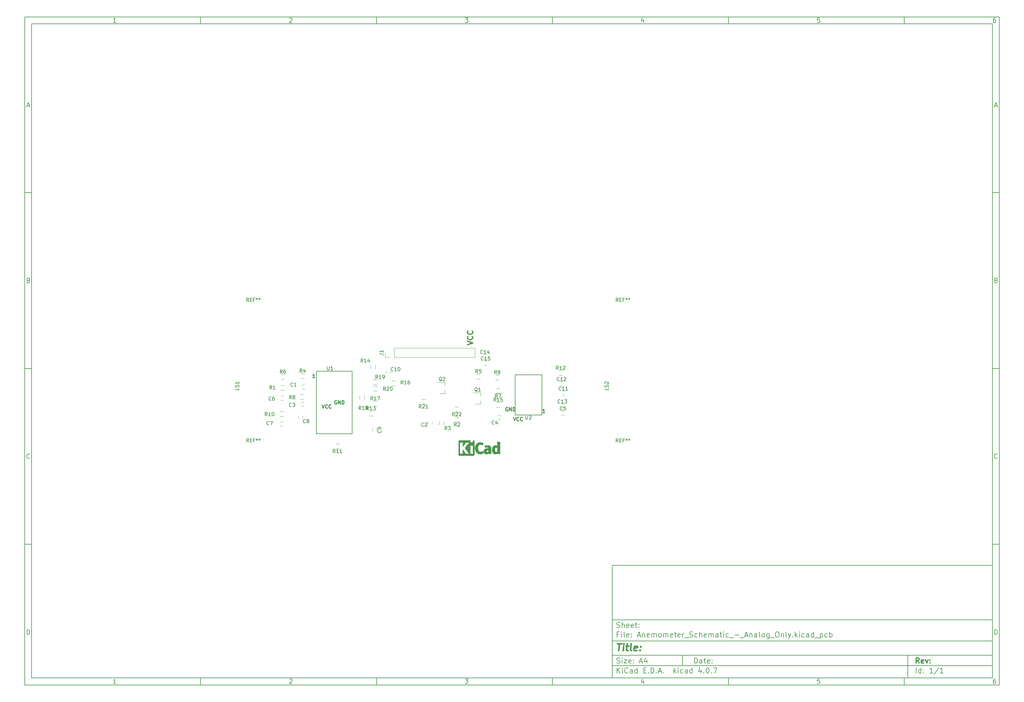
<source format=gbr>
G04 #@! TF.FileFunction,Legend,Top*
%FSLAX46Y46*%
G04 Gerber Fmt 4.6, Leading zero omitted, Abs format (unit mm)*
G04 Created by KiCad (PCBNEW 4.0.7) date Monday, February 19, 2018 'AMt' 09:37:46 AM*
%MOMM*%
%LPD*%
G01*
G04 APERTURE LIST*
%ADD10C,0.100000*%
%ADD11C,0.150000*%
%ADD12C,0.300000*%
%ADD13C,0.400000*%
%ADD14C,0.250000*%
%ADD15C,0.120000*%
%ADD16C,0.010000*%
G04 APERTURE END LIST*
D10*
D11*
X177002200Y-166007200D02*
X177002200Y-198007200D01*
X285002200Y-198007200D01*
X285002200Y-166007200D01*
X177002200Y-166007200D01*
D10*
D11*
X10000000Y-10000000D02*
X10000000Y-200007200D01*
X287002200Y-200007200D01*
X287002200Y-10000000D01*
X10000000Y-10000000D01*
D10*
D11*
X12000000Y-12000000D02*
X12000000Y-198007200D01*
X285002200Y-198007200D01*
X285002200Y-12000000D01*
X12000000Y-12000000D01*
D10*
D11*
X60000000Y-12000000D02*
X60000000Y-10000000D01*
D10*
D11*
X110000000Y-12000000D02*
X110000000Y-10000000D01*
D10*
D11*
X160000000Y-12000000D02*
X160000000Y-10000000D01*
D10*
D11*
X210000000Y-12000000D02*
X210000000Y-10000000D01*
D10*
D11*
X260000000Y-12000000D02*
X260000000Y-10000000D01*
D10*
D11*
X35990476Y-11588095D02*
X35247619Y-11588095D01*
X35619048Y-11588095D02*
X35619048Y-10288095D01*
X35495238Y-10473810D01*
X35371429Y-10597619D01*
X35247619Y-10659524D01*
D10*
D11*
X85247619Y-10411905D02*
X85309524Y-10350000D01*
X85433333Y-10288095D01*
X85742857Y-10288095D01*
X85866667Y-10350000D01*
X85928571Y-10411905D01*
X85990476Y-10535714D01*
X85990476Y-10659524D01*
X85928571Y-10845238D01*
X85185714Y-11588095D01*
X85990476Y-11588095D01*
D10*
D11*
X135185714Y-10288095D02*
X135990476Y-10288095D01*
X135557143Y-10783333D01*
X135742857Y-10783333D01*
X135866667Y-10845238D01*
X135928571Y-10907143D01*
X135990476Y-11030952D01*
X135990476Y-11340476D01*
X135928571Y-11464286D01*
X135866667Y-11526190D01*
X135742857Y-11588095D01*
X135371429Y-11588095D01*
X135247619Y-11526190D01*
X135185714Y-11464286D01*
D10*
D11*
X185866667Y-10721429D02*
X185866667Y-11588095D01*
X185557143Y-10226190D02*
X185247619Y-11154762D01*
X186052381Y-11154762D01*
D10*
D11*
X235928571Y-10288095D02*
X235309524Y-10288095D01*
X235247619Y-10907143D01*
X235309524Y-10845238D01*
X235433333Y-10783333D01*
X235742857Y-10783333D01*
X235866667Y-10845238D01*
X235928571Y-10907143D01*
X235990476Y-11030952D01*
X235990476Y-11340476D01*
X235928571Y-11464286D01*
X235866667Y-11526190D01*
X235742857Y-11588095D01*
X235433333Y-11588095D01*
X235309524Y-11526190D01*
X235247619Y-11464286D01*
D10*
D11*
X285866667Y-10288095D02*
X285619048Y-10288095D01*
X285495238Y-10350000D01*
X285433333Y-10411905D01*
X285309524Y-10597619D01*
X285247619Y-10845238D01*
X285247619Y-11340476D01*
X285309524Y-11464286D01*
X285371429Y-11526190D01*
X285495238Y-11588095D01*
X285742857Y-11588095D01*
X285866667Y-11526190D01*
X285928571Y-11464286D01*
X285990476Y-11340476D01*
X285990476Y-11030952D01*
X285928571Y-10907143D01*
X285866667Y-10845238D01*
X285742857Y-10783333D01*
X285495238Y-10783333D01*
X285371429Y-10845238D01*
X285309524Y-10907143D01*
X285247619Y-11030952D01*
D10*
D11*
X60000000Y-198007200D02*
X60000000Y-200007200D01*
D10*
D11*
X110000000Y-198007200D02*
X110000000Y-200007200D01*
D10*
D11*
X160000000Y-198007200D02*
X160000000Y-200007200D01*
D10*
D11*
X210000000Y-198007200D02*
X210000000Y-200007200D01*
D10*
D11*
X260000000Y-198007200D02*
X260000000Y-200007200D01*
D10*
D11*
X35990476Y-199595295D02*
X35247619Y-199595295D01*
X35619048Y-199595295D02*
X35619048Y-198295295D01*
X35495238Y-198481010D01*
X35371429Y-198604819D01*
X35247619Y-198666724D01*
D10*
D11*
X85247619Y-198419105D02*
X85309524Y-198357200D01*
X85433333Y-198295295D01*
X85742857Y-198295295D01*
X85866667Y-198357200D01*
X85928571Y-198419105D01*
X85990476Y-198542914D01*
X85990476Y-198666724D01*
X85928571Y-198852438D01*
X85185714Y-199595295D01*
X85990476Y-199595295D01*
D10*
D11*
X135185714Y-198295295D02*
X135990476Y-198295295D01*
X135557143Y-198790533D01*
X135742857Y-198790533D01*
X135866667Y-198852438D01*
X135928571Y-198914343D01*
X135990476Y-199038152D01*
X135990476Y-199347676D01*
X135928571Y-199471486D01*
X135866667Y-199533390D01*
X135742857Y-199595295D01*
X135371429Y-199595295D01*
X135247619Y-199533390D01*
X135185714Y-199471486D01*
D10*
D11*
X185866667Y-198728629D02*
X185866667Y-199595295D01*
X185557143Y-198233390D02*
X185247619Y-199161962D01*
X186052381Y-199161962D01*
D10*
D11*
X235928571Y-198295295D02*
X235309524Y-198295295D01*
X235247619Y-198914343D01*
X235309524Y-198852438D01*
X235433333Y-198790533D01*
X235742857Y-198790533D01*
X235866667Y-198852438D01*
X235928571Y-198914343D01*
X235990476Y-199038152D01*
X235990476Y-199347676D01*
X235928571Y-199471486D01*
X235866667Y-199533390D01*
X235742857Y-199595295D01*
X235433333Y-199595295D01*
X235309524Y-199533390D01*
X235247619Y-199471486D01*
D10*
D11*
X285866667Y-198295295D02*
X285619048Y-198295295D01*
X285495238Y-198357200D01*
X285433333Y-198419105D01*
X285309524Y-198604819D01*
X285247619Y-198852438D01*
X285247619Y-199347676D01*
X285309524Y-199471486D01*
X285371429Y-199533390D01*
X285495238Y-199595295D01*
X285742857Y-199595295D01*
X285866667Y-199533390D01*
X285928571Y-199471486D01*
X285990476Y-199347676D01*
X285990476Y-199038152D01*
X285928571Y-198914343D01*
X285866667Y-198852438D01*
X285742857Y-198790533D01*
X285495238Y-198790533D01*
X285371429Y-198852438D01*
X285309524Y-198914343D01*
X285247619Y-199038152D01*
D10*
D11*
X10000000Y-60000000D02*
X12000000Y-60000000D01*
D10*
D11*
X10000000Y-110000000D02*
X12000000Y-110000000D01*
D10*
D11*
X10000000Y-160000000D02*
X12000000Y-160000000D01*
D10*
D11*
X10690476Y-35216667D02*
X11309524Y-35216667D01*
X10566667Y-35588095D02*
X11000000Y-34288095D01*
X11433333Y-35588095D01*
D10*
D11*
X11092857Y-84907143D02*
X11278571Y-84969048D01*
X11340476Y-85030952D01*
X11402381Y-85154762D01*
X11402381Y-85340476D01*
X11340476Y-85464286D01*
X11278571Y-85526190D01*
X11154762Y-85588095D01*
X10659524Y-85588095D01*
X10659524Y-84288095D01*
X11092857Y-84288095D01*
X11216667Y-84350000D01*
X11278571Y-84411905D01*
X11340476Y-84535714D01*
X11340476Y-84659524D01*
X11278571Y-84783333D01*
X11216667Y-84845238D01*
X11092857Y-84907143D01*
X10659524Y-84907143D01*
D10*
D11*
X11402381Y-135464286D02*
X11340476Y-135526190D01*
X11154762Y-135588095D01*
X11030952Y-135588095D01*
X10845238Y-135526190D01*
X10721429Y-135402381D01*
X10659524Y-135278571D01*
X10597619Y-135030952D01*
X10597619Y-134845238D01*
X10659524Y-134597619D01*
X10721429Y-134473810D01*
X10845238Y-134350000D01*
X11030952Y-134288095D01*
X11154762Y-134288095D01*
X11340476Y-134350000D01*
X11402381Y-134411905D01*
D10*
D11*
X10659524Y-185588095D02*
X10659524Y-184288095D01*
X10969048Y-184288095D01*
X11154762Y-184350000D01*
X11278571Y-184473810D01*
X11340476Y-184597619D01*
X11402381Y-184845238D01*
X11402381Y-185030952D01*
X11340476Y-185278571D01*
X11278571Y-185402381D01*
X11154762Y-185526190D01*
X10969048Y-185588095D01*
X10659524Y-185588095D01*
D10*
D11*
X287002200Y-60000000D02*
X285002200Y-60000000D01*
D10*
D11*
X287002200Y-110000000D02*
X285002200Y-110000000D01*
D10*
D11*
X287002200Y-160000000D02*
X285002200Y-160000000D01*
D10*
D11*
X285692676Y-35216667D02*
X286311724Y-35216667D01*
X285568867Y-35588095D02*
X286002200Y-34288095D01*
X286435533Y-35588095D01*
D10*
D11*
X286095057Y-84907143D02*
X286280771Y-84969048D01*
X286342676Y-85030952D01*
X286404581Y-85154762D01*
X286404581Y-85340476D01*
X286342676Y-85464286D01*
X286280771Y-85526190D01*
X286156962Y-85588095D01*
X285661724Y-85588095D01*
X285661724Y-84288095D01*
X286095057Y-84288095D01*
X286218867Y-84350000D01*
X286280771Y-84411905D01*
X286342676Y-84535714D01*
X286342676Y-84659524D01*
X286280771Y-84783333D01*
X286218867Y-84845238D01*
X286095057Y-84907143D01*
X285661724Y-84907143D01*
D10*
D11*
X286404581Y-135464286D02*
X286342676Y-135526190D01*
X286156962Y-135588095D01*
X286033152Y-135588095D01*
X285847438Y-135526190D01*
X285723629Y-135402381D01*
X285661724Y-135278571D01*
X285599819Y-135030952D01*
X285599819Y-134845238D01*
X285661724Y-134597619D01*
X285723629Y-134473810D01*
X285847438Y-134350000D01*
X286033152Y-134288095D01*
X286156962Y-134288095D01*
X286342676Y-134350000D01*
X286404581Y-134411905D01*
D10*
D11*
X285661724Y-185588095D02*
X285661724Y-184288095D01*
X285971248Y-184288095D01*
X286156962Y-184350000D01*
X286280771Y-184473810D01*
X286342676Y-184597619D01*
X286404581Y-184845238D01*
X286404581Y-185030952D01*
X286342676Y-185278571D01*
X286280771Y-185402381D01*
X286156962Y-185526190D01*
X285971248Y-185588095D01*
X285661724Y-185588095D01*
D10*
D11*
X200359343Y-193785771D02*
X200359343Y-192285771D01*
X200716486Y-192285771D01*
X200930771Y-192357200D01*
X201073629Y-192500057D01*
X201145057Y-192642914D01*
X201216486Y-192928629D01*
X201216486Y-193142914D01*
X201145057Y-193428629D01*
X201073629Y-193571486D01*
X200930771Y-193714343D01*
X200716486Y-193785771D01*
X200359343Y-193785771D01*
X202502200Y-193785771D02*
X202502200Y-193000057D01*
X202430771Y-192857200D01*
X202287914Y-192785771D01*
X202002200Y-192785771D01*
X201859343Y-192857200D01*
X202502200Y-193714343D02*
X202359343Y-193785771D01*
X202002200Y-193785771D01*
X201859343Y-193714343D01*
X201787914Y-193571486D01*
X201787914Y-193428629D01*
X201859343Y-193285771D01*
X202002200Y-193214343D01*
X202359343Y-193214343D01*
X202502200Y-193142914D01*
X203002200Y-192785771D02*
X203573629Y-192785771D01*
X203216486Y-192285771D02*
X203216486Y-193571486D01*
X203287914Y-193714343D01*
X203430772Y-193785771D01*
X203573629Y-193785771D01*
X204645057Y-193714343D02*
X204502200Y-193785771D01*
X204216486Y-193785771D01*
X204073629Y-193714343D01*
X204002200Y-193571486D01*
X204002200Y-193000057D01*
X204073629Y-192857200D01*
X204216486Y-192785771D01*
X204502200Y-192785771D01*
X204645057Y-192857200D01*
X204716486Y-193000057D01*
X204716486Y-193142914D01*
X204002200Y-193285771D01*
X205359343Y-193642914D02*
X205430771Y-193714343D01*
X205359343Y-193785771D01*
X205287914Y-193714343D01*
X205359343Y-193642914D01*
X205359343Y-193785771D01*
X205359343Y-192857200D02*
X205430771Y-192928629D01*
X205359343Y-193000057D01*
X205287914Y-192928629D01*
X205359343Y-192857200D01*
X205359343Y-193000057D01*
D10*
D11*
X177002200Y-194507200D02*
X285002200Y-194507200D01*
D10*
D11*
X178359343Y-196585771D02*
X178359343Y-195085771D01*
X179216486Y-196585771D02*
X178573629Y-195728629D01*
X179216486Y-195085771D02*
X178359343Y-195942914D01*
X179859343Y-196585771D02*
X179859343Y-195585771D01*
X179859343Y-195085771D02*
X179787914Y-195157200D01*
X179859343Y-195228629D01*
X179930771Y-195157200D01*
X179859343Y-195085771D01*
X179859343Y-195228629D01*
X181430772Y-196442914D02*
X181359343Y-196514343D01*
X181145057Y-196585771D01*
X181002200Y-196585771D01*
X180787915Y-196514343D01*
X180645057Y-196371486D01*
X180573629Y-196228629D01*
X180502200Y-195942914D01*
X180502200Y-195728629D01*
X180573629Y-195442914D01*
X180645057Y-195300057D01*
X180787915Y-195157200D01*
X181002200Y-195085771D01*
X181145057Y-195085771D01*
X181359343Y-195157200D01*
X181430772Y-195228629D01*
X182716486Y-196585771D02*
X182716486Y-195800057D01*
X182645057Y-195657200D01*
X182502200Y-195585771D01*
X182216486Y-195585771D01*
X182073629Y-195657200D01*
X182716486Y-196514343D02*
X182573629Y-196585771D01*
X182216486Y-196585771D01*
X182073629Y-196514343D01*
X182002200Y-196371486D01*
X182002200Y-196228629D01*
X182073629Y-196085771D01*
X182216486Y-196014343D01*
X182573629Y-196014343D01*
X182716486Y-195942914D01*
X184073629Y-196585771D02*
X184073629Y-195085771D01*
X184073629Y-196514343D02*
X183930772Y-196585771D01*
X183645058Y-196585771D01*
X183502200Y-196514343D01*
X183430772Y-196442914D01*
X183359343Y-196300057D01*
X183359343Y-195871486D01*
X183430772Y-195728629D01*
X183502200Y-195657200D01*
X183645058Y-195585771D01*
X183930772Y-195585771D01*
X184073629Y-195657200D01*
X185930772Y-195800057D02*
X186430772Y-195800057D01*
X186645058Y-196585771D02*
X185930772Y-196585771D01*
X185930772Y-195085771D01*
X186645058Y-195085771D01*
X187287915Y-196442914D02*
X187359343Y-196514343D01*
X187287915Y-196585771D01*
X187216486Y-196514343D01*
X187287915Y-196442914D01*
X187287915Y-196585771D01*
X188002201Y-196585771D02*
X188002201Y-195085771D01*
X188359344Y-195085771D01*
X188573629Y-195157200D01*
X188716487Y-195300057D01*
X188787915Y-195442914D01*
X188859344Y-195728629D01*
X188859344Y-195942914D01*
X188787915Y-196228629D01*
X188716487Y-196371486D01*
X188573629Y-196514343D01*
X188359344Y-196585771D01*
X188002201Y-196585771D01*
X189502201Y-196442914D02*
X189573629Y-196514343D01*
X189502201Y-196585771D01*
X189430772Y-196514343D01*
X189502201Y-196442914D01*
X189502201Y-196585771D01*
X190145058Y-196157200D02*
X190859344Y-196157200D01*
X190002201Y-196585771D02*
X190502201Y-195085771D01*
X191002201Y-196585771D01*
X191502201Y-196442914D02*
X191573629Y-196514343D01*
X191502201Y-196585771D01*
X191430772Y-196514343D01*
X191502201Y-196442914D01*
X191502201Y-196585771D01*
X194502201Y-196585771D02*
X194502201Y-195085771D01*
X194645058Y-196014343D02*
X195073629Y-196585771D01*
X195073629Y-195585771D02*
X194502201Y-196157200D01*
X195716487Y-196585771D02*
X195716487Y-195585771D01*
X195716487Y-195085771D02*
X195645058Y-195157200D01*
X195716487Y-195228629D01*
X195787915Y-195157200D01*
X195716487Y-195085771D01*
X195716487Y-195228629D01*
X197073630Y-196514343D02*
X196930773Y-196585771D01*
X196645059Y-196585771D01*
X196502201Y-196514343D01*
X196430773Y-196442914D01*
X196359344Y-196300057D01*
X196359344Y-195871486D01*
X196430773Y-195728629D01*
X196502201Y-195657200D01*
X196645059Y-195585771D01*
X196930773Y-195585771D01*
X197073630Y-195657200D01*
X198359344Y-196585771D02*
X198359344Y-195800057D01*
X198287915Y-195657200D01*
X198145058Y-195585771D01*
X197859344Y-195585771D01*
X197716487Y-195657200D01*
X198359344Y-196514343D02*
X198216487Y-196585771D01*
X197859344Y-196585771D01*
X197716487Y-196514343D01*
X197645058Y-196371486D01*
X197645058Y-196228629D01*
X197716487Y-196085771D01*
X197859344Y-196014343D01*
X198216487Y-196014343D01*
X198359344Y-195942914D01*
X199716487Y-196585771D02*
X199716487Y-195085771D01*
X199716487Y-196514343D02*
X199573630Y-196585771D01*
X199287916Y-196585771D01*
X199145058Y-196514343D01*
X199073630Y-196442914D01*
X199002201Y-196300057D01*
X199002201Y-195871486D01*
X199073630Y-195728629D01*
X199145058Y-195657200D01*
X199287916Y-195585771D01*
X199573630Y-195585771D01*
X199716487Y-195657200D01*
X202216487Y-195585771D02*
X202216487Y-196585771D01*
X201859344Y-195014343D02*
X201502201Y-196085771D01*
X202430773Y-196085771D01*
X203002201Y-196442914D02*
X203073629Y-196514343D01*
X203002201Y-196585771D01*
X202930772Y-196514343D01*
X203002201Y-196442914D01*
X203002201Y-196585771D01*
X204002201Y-195085771D02*
X204145058Y-195085771D01*
X204287915Y-195157200D01*
X204359344Y-195228629D01*
X204430773Y-195371486D01*
X204502201Y-195657200D01*
X204502201Y-196014343D01*
X204430773Y-196300057D01*
X204359344Y-196442914D01*
X204287915Y-196514343D01*
X204145058Y-196585771D01*
X204002201Y-196585771D01*
X203859344Y-196514343D01*
X203787915Y-196442914D01*
X203716487Y-196300057D01*
X203645058Y-196014343D01*
X203645058Y-195657200D01*
X203716487Y-195371486D01*
X203787915Y-195228629D01*
X203859344Y-195157200D01*
X204002201Y-195085771D01*
X205145058Y-196442914D02*
X205216486Y-196514343D01*
X205145058Y-196585771D01*
X205073629Y-196514343D01*
X205145058Y-196442914D01*
X205145058Y-196585771D01*
X205716487Y-195085771D02*
X206716487Y-195085771D01*
X206073630Y-196585771D01*
D10*
D11*
X177002200Y-191507200D02*
X285002200Y-191507200D01*
D10*
D12*
X264216486Y-193785771D02*
X263716486Y-193071486D01*
X263359343Y-193785771D02*
X263359343Y-192285771D01*
X263930771Y-192285771D01*
X264073629Y-192357200D01*
X264145057Y-192428629D01*
X264216486Y-192571486D01*
X264216486Y-192785771D01*
X264145057Y-192928629D01*
X264073629Y-193000057D01*
X263930771Y-193071486D01*
X263359343Y-193071486D01*
X265430771Y-193714343D02*
X265287914Y-193785771D01*
X265002200Y-193785771D01*
X264859343Y-193714343D01*
X264787914Y-193571486D01*
X264787914Y-193000057D01*
X264859343Y-192857200D01*
X265002200Y-192785771D01*
X265287914Y-192785771D01*
X265430771Y-192857200D01*
X265502200Y-193000057D01*
X265502200Y-193142914D01*
X264787914Y-193285771D01*
X266002200Y-192785771D02*
X266359343Y-193785771D01*
X266716485Y-192785771D01*
X267287914Y-193642914D02*
X267359342Y-193714343D01*
X267287914Y-193785771D01*
X267216485Y-193714343D01*
X267287914Y-193642914D01*
X267287914Y-193785771D01*
X267287914Y-192857200D02*
X267359342Y-192928629D01*
X267287914Y-193000057D01*
X267216485Y-192928629D01*
X267287914Y-192857200D01*
X267287914Y-193000057D01*
D10*
D11*
X178287914Y-193714343D02*
X178502200Y-193785771D01*
X178859343Y-193785771D01*
X179002200Y-193714343D01*
X179073629Y-193642914D01*
X179145057Y-193500057D01*
X179145057Y-193357200D01*
X179073629Y-193214343D01*
X179002200Y-193142914D01*
X178859343Y-193071486D01*
X178573629Y-193000057D01*
X178430771Y-192928629D01*
X178359343Y-192857200D01*
X178287914Y-192714343D01*
X178287914Y-192571486D01*
X178359343Y-192428629D01*
X178430771Y-192357200D01*
X178573629Y-192285771D01*
X178930771Y-192285771D01*
X179145057Y-192357200D01*
X179787914Y-193785771D02*
X179787914Y-192785771D01*
X179787914Y-192285771D02*
X179716485Y-192357200D01*
X179787914Y-192428629D01*
X179859342Y-192357200D01*
X179787914Y-192285771D01*
X179787914Y-192428629D01*
X180359343Y-192785771D02*
X181145057Y-192785771D01*
X180359343Y-193785771D01*
X181145057Y-193785771D01*
X182287914Y-193714343D02*
X182145057Y-193785771D01*
X181859343Y-193785771D01*
X181716486Y-193714343D01*
X181645057Y-193571486D01*
X181645057Y-193000057D01*
X181716486Y-192857200D01*
X181859343Y-192785771D01*
X182145057Y-192785771D01*
X182287914Y-192857200D01*
X182359343Y-193000057D01*
X182359343Y-193142914D01*
X181645057Y-193285771D01*
X183002200Y-193642914D02*
X183073628Y-193714343D01*
X183002200Y-193785771D01*
X182930771Y-193714343D01*
X183002200Y-193642914D01*
X183002200Y-193785771D01*
X183002200Y-192857200D02*
X183073628Y-192928629D01*
X183002200Y-193000057D01*
X182930771Y-192928629D01*
X183002200Y-192857200D01*
X183002200Y-193000057D01*
X184787914Y-193357200D02*
X185502200Y-193357200D01*
X184645057Y-193785771D02*
X185145057Y-192285771D01*
X185645057Y-193785771D01*
X186787914Y-192785771D02*
X186787914Y-193785771D01*
X186430771Y-192214343D02*
X186073628Y-193285771D01*
X187002200Y-193285771D01*
D10*
D11*
X263359343Y-196585771D02*
X263359343Y-195085771D01*
X264716486Y-196585771D02*
X264716486Y-195085771D01*
X264716486Y-196514343D02*
X264573629Y-196585771D01*
X264287915Y-196585771D01*
X264145057Y-196514343D01*
X264073629Y-196442914D01*
X264002200Y-196300057D01*
X264002200Y-195871486D01*
X264073629Y-195728629D01*
X264145057Y-195657200D01*
X264287915Y-195585771D01*
X264573629Y-195585771D01*
X264716486Y-195657200D01*
X265430772Y-196442914D02*
X265502200Y-196514343D01*
X265430772Y-196585771D01*
X265359343Y-196514343D01*
X265430772Y-196442914D01*
X265430772Y-196585771D01*
X265430772Y-195657200D02*
X265502200Y-195728629D01*
X265430772Y-195800057D01*
X265359343Y-195728629D01*
X265430772Y-195657200D01*
X265430772Y-195800057D01*
X268073629Y-196585771D02*
X267216486Y-196585771D01*
X267645058Y-196585771D02*
X267645058Y-195085771D01*
X267502201Y-195300057D01*
X267359343Y-195442914D01*
X267216486Y-195514343D01*
X269787914Y-195014343D02*
X268502200Y-196942914D01*
X271073629Y-196585771D02*
X270216486Y-196585771D01*
X270645058Y-196585771D02*
X270645058Y-195085771D01*
X270502201Y-195300057D01*
X270359343Y-195442914D01*
X270216486Y-195514343D01*
D10*
D11*
X177002200Y-187507200D02*
X285002200Y-187507200D01*
D10*
D13*
X178454581Y-188211962D02*
X179597438Y-188211962D01*
X178776010Y-190211962D02*
X179026010Y-188211962D01*
X180014105Y-190211962D02*
X180180771Y-188878629D01*
X180264105Y-188211962D02*
X180156962Y-188307200D01*
X180240295Y-188402438D01*
X180347439Y-188307200D01*
X180264105Y-188211962D01*
X180240295Y-188402438D01*
X180847438Y-188878629D02*
X181609343Y-188878629D01*
X181216486Y-188211962D02*
X181002200Y-189926248D01*
X181073630Y-190116724D01*
X181252201Y-190211962D01*
X181442677Y-190211962D01*
X182395058Y-190211962D02*
X182216487Y-190116724D01*
X182145057Y-189926248D01*
X182359343Y-188211962D01*
X183930772Y-190116724D02*
X183728391Y-190211962D01*
X183347439Y-190211962D01*
X183168867Y-190116724D01*
X183097438Y-189926248D01*
X183192676Y-189164343D01*
X183311724Y-188973867D01*
X183514105Y-188878629D01*
X183895057Y-188878629D01*
X184073629Y-188973867D01*
X184145057Y-189164343D01*
X184121248Y-189354819D01*
X183145057Y-189545295D01*
X184895057Y-190021486D02*
X184978392Y-190116724D01*
X184871248Y-190211962D01*
X184787915Y-190116724D01*
X184895057Y-190021486D01*
X184871248Y-190211962D01*
X185026010Y-188973867D02*
X185109344Y-189069105D01*
X185002200Y-189164343D01*
X184918867Y-189069105D01*
X185026010Y-188973867D01*
X185002200Y-189164343D01*
D10*
D11*
X178859343Y-185600057D02*
X178359343Y-185600057D01*
X178359343Y-186385771D02*
X178359343Y-184885771D01*
X179073629Y-184885771D01*
X179645057Y-186385771D02*
X179645057Y-185385771D01*
X179645057Y-184885771D02*
X179573628Y-184957200D01*
X179645057Y-185028629D01*
X179716485Y-184957200D01*
X179645057Y-184885771D01*
X179645057Y-185028629D01*
X180573629Y-186385771D02*
X180430771Y-186314343D01*
X180359343Y-186171486D01*
X180359343Y-184885771D01*
X181716485Y-186314343D02*
X181573628Y-186385771D01*
X181287914Y-186385771D01*
X181145057Y-186314343D01*
X181073628Y-186171486D01*
X181073628Y-185600057D01*
X181145057Y-185457200D01*
X181287914Y-185385771D01*
X181573628Y-185385771D01*
X181716485Y-185457200D01*
X181787914Y-185600057D01*
X181787914Y-185742914D01*
X181073628Y-185885771D01*
X182430771Y-186242914D02*
X182502199Y-186314343D01*
X182430771Y-186385771D01*
X182359342Y-186314343D01*
X182430771Y-186242914D01*
X182430771Y-186385771D01*
X182430771Y-185457200D02*
X182502199Y-185528629D01*
X182430771Y-185600057D01*
X182359342Y-185528629D01*
X182430771Y-185457200D01*
X182430771Y-185600057D01*
X184216485Y-185957200D02*
X184930771Y-185957200D01*
X184073628Y-186385771D02*
X184573628Y-184885771D01*
X185073628Y-186385771D01*
X185573628Y-185385771D02*
X185573628Y-186385771D01*
X185573628Y-185528629D02*
X185645056Y-185457200D01*
X185787914Y-185385771D01*
X186002199Y-185385771D01*
X186145056Y-185457200D01*
X186216485Y-185600057D01*
X186216485Y-186385771D01*
X187502199Y-186314343D02*
X187359342Y-186385771D01*
X187073628Y-186385771D01*
X186930771Y-186314343D01*
X186859342Y-186171486D01*
X186859342Y-185600057D01*
X186930771Y-185457200D01*
X187073628Y-185385771D01*
X187359342Y-185385771D01*
X187502199Y-185457200D01*
X187573628Y-185600057D01*
X187573628Y-185742914D01*
X186859342Y-185885771D01*
X188216485Y-186385771D02*
X188216485Y-185385771D01*
X188216485Y-185528629D02*
X188287913Y-185457200D01*
X188430771Y-185385771D01*
X188645056Y-185385771D01*
X188787913Y-185457200D01*
X188859342Y-185600057D01*
X188859342Y-186385771D01*
X188859342Y-185600057D02*
X188930771Y-185457200D01*
X189073628Y-185385771D01*
X189287913Y-185385771D01*
X189430771Y-185457200D01*
X189502199Y-185600057D01*
X189502199Y-186385771D01*
X190430771Y-186385771D02*
X190287913Y-186314343D01*
X190216485Y-186242914D01*
X190145056Y-186100057D01*
X190145056Y-185671486D01*
X190216485Y-185528629D01*
X190287913Y-185457200D01*
X190430771Y-185385771D01*
X190645056Y-185385771D01*
X190787913Y-185457200D01*
X190859342Y-185528629D01*
X190930771Y-185671486D01*
X190930771Y-186100057D01*
X190859342Y-186242914D01*
X190787913Y-186314343D01*
X190645056Y-186385771D01*
X190430771Y-186385771D01*
X191573628Y-186385771D02*
X191573628Y-185385771D01*
X191573628Y-185528629D02*
X191645056Y-185457200D01*
X191787914Y-185385771D01*
X192002199Y-185385771D01*
X192145056Y-185457200D01*
X192216485Y-185600057D01*
X192216485Y-186385771D01*
X192216485Y-185600057D02*
X192287914Y-185457200D01*
X192430771Y-185385771D01*
X192645056Y-185385771D01*
X192787914Y-185457200D01*
X192859342Y-185600057D01*
X192859342Y-186385771D01*
X194145056Y-186314343D02*
X194002199Y-186385771D01*
X193716485Y-186385771D01*
X193573628Y-186314343D01*
X193502199Y-186171486D01*
X193502199Y-185600057D01*
X193573628Y-185457200D01*
X193716485Y-185385771D01*
X194002199Y-185385771D01*
X194145056Y-185457200D01*
X194216485Y-185600057D01*
X194216485Y-185742914D01*
X193502199Y-185885771D01*
X194645056Y-185385771D02*
X195216485Y-185385771D01*
X194859342Y-184885771D02*
X194859342Y-186171486D01*
X194930770Y-186314343D01*
X195073628Y-186385771D01*
X195216485Y-186385771D01*
X196287913Y-186314343D02*
X196145056Y-186385771D01*
X195859342Y-186385771D01*
X195716485Y-186314343D01*
X195645056Y-186171486D01*
X195645056Y-185600057D01*
X195716485Y-185457200D01*
X195859342Y-185385771D01*
X196145056Y-185385771D01*
X196287913Y-185457200D01*
X196359342Y-185600057D01*
X196359342Y-185742914D01*
X195645056Y-185885771D01*
X197002199Y-186385771D02*
X197002199Y-185385771D01*
X197002199Y-185671486D02*
X197073627Y-185528629D01*
X197145056Y-185457200D01*
X197287913Y-185385771D01*
X197430770Y-185385771D01*
X197573627Y-186528629D02*
X198716484Y-186528629D01*
X199002198Y-186314343D02*
X199216484Y-186385771D01*
X199573627Y-186385771D01*
X199716484Y-186314343D01*
X199787913Y-186242914D01*
X199859341Y-186100057D01*
X199859341Y-185957200D01*
X199787913Y-185814343D01*
X199716484Y-185742914D01*
X199573627Y-185671486D01*
X199287913Y-185600057D01*
X199145055Y-185528629D01*
X199073627Y-185457200D01*
X199002198Y-185314343D01*
X199002198Y-185171486D01*
X199073627Y-185028629D01*
X199145055Y-184957200D01*
X199287913Y-184885771D01*
X199645055Y-184885771D01*
X199859341Y-184957200D01*
X201145055Y-186314343D02*
X201002198Y-186385771D01*
X200716484Y-186385771D01*
X200573626Y-186314343D01*
X200502198Y-186242914D01*
X200430769Y-186100057D01*
X200430769Y-185671486D01*
X200502198Y-185528629D01*
X200573626Y-185457200D01*
X200716484Y-185385771D01*
X201002198Y-185385771D01*
X201145055Y-185457200D01*
X201787912Y-186385771D02*
X201787912Y-184885771D01*
X202430769Y-186385771D02*
X202430769Y-185600057D01*
X202359340Y-185457200D01*
X202216483Y-185385771D01*
X202002198Y-185385771D01*
X201859340Y-185457200D01*
X201787912Y-185528629D01*
X203716483Y-186314343D02*
X203573626Y-186385771D01*
X203287912Y-186385771D01*
X203145055Y-186314343D01*
X203073626Y-186171486D01*
X203073626Y-185600057D01*
X203145055Y-185457200D01*
X203287912Y-185385771D01*
X203573626Y-185385771D01*
X203716483Y-185457200D01*
X203787912Y-185600057D01*
X203787912Y-185742914D01*
X203073626Y-185885771D01*
X204430769Y-186385771D02*
X204430769Y-185385771D01*
X204430769Y-185528629D02*
X204502197Y-185457200D01*
X204645055Y-185385771D01*
X204859340Y-185385771D01*
X205002197Y-185457200D01*
X205073626Y-185600057D01*
X205073626Y-186385771D01*
X205073626Y-185600057D02*
X205145055Y-185457200D01*
X205287912Y-185385771D01*
X205502197Y-185385771D01*
X205645055Y-185457200D01*
X205716483Y-185600057D01*
X205716483Y-186385771D01*
X207073626Y-186385771D02*
X207073626Y-185600057D01*
X207002197Y-185457200D01*
X206859340Y-185385771D01*
X206573626Y-185385771D01*
X206430769Y-185457200D01*
X207073626Y-186314343D02*
X206930769Y-186385771D01*
X206573626Y-186385771D01*
X206430769Y-186314343D01*
X206359340Y-186171486D01*
X206359340Y-186028629D01*
X206430769Y-185885771D01*
X206573626Y-185814343D01*
X206930769Y-185814343D01*
X207073626Y-185742914D01*
X207573626Y-185385771D02*
X208145055Y-185385771D01*
X207787912Y-184885771D02*
X207787912Y-186171486D01*
X207859340Y-186314343D01*
X208002198Y-186385771D01*
X208145055Y-186385771D01*
X208645055Y-186385771D02*
X208645055Y-185385771D01*
X208645055Y-184885771D02*
X208573626Y-184957200D01*
X208645055Y-185028629D01*
X208716483Y-184957200D01*
X208645055Y-184885771D01*
X208645055Y-185028629D01*
X210002198Y-186314343D02*
X209859341Y-186385771D01*
X209573627Y-186385771D01*
X209430769Y-186314343D01*
X209359341Y-186242914D01*
X209287912Y-186100057D01*
X209287912Y-185671486D01*
X209359341Y-185528629D01*
X209430769Y-185457200D01*
X209573627Y-185385771D01*
X209859341Y-185385771D01*
X210002198Y-185457200D01*
X210287912Y-186528629D02*
X211430769Y-186528629D01*
X211787912Y-185814343D02*
X212930769Y-185814343D01*
X213287912Y-186528629D02*
X214430769Y-186528629D01*
X214716483Y-185957200D02*
X215430769Y-185957200D01*
X214573626Y-186385771D02*
X215073626Y-184885771D01*
X215573626Y-186385771D01*
X216073626Y-185385771D02*
X216073626Y-186385771D01*
X216073626Y-185528629D02*
X216145054Y-185457200D01*
X216287912Y-185385771D01*
X216502197Y-185385771D01*
X216645054Y-185457200D01*
X216716483Y-185600057D01*
X216716483Y-186385771D01*
X218073626Y-186385771D02*
X218073626Y-185600057D01*
X218002197Y-185457200D01*
X217859340Y-185385771D01*
X217573626Y-185385771D01*
X217430769Y-185457200D01*
X218073626Y-186314343D02*
X217930769Y-186385771D01*
X217573626Y-186385771D01*
X217430769Y-186314343D01*
X217359340Y-186171486D01*
X217359340Y-186028629D01*
X217430769Y-185885771D01*
X217573626Y-185814343D01*
X217930769Y-185814343D01*
X218073626Y-185742914D01*
X219002198Y-186385771D02*
X218859340Y-186314343D01*
X218787912Y-186171486D01*
X218787912Y-184885771D01*
X219787912Y-186385771D02*
X219645054Y-186314343D01*
X219573626Y-186242914D01*
X219502197Y-186100057D01*
X219502197Y-185671486D01*
X219573626Y-185528629D01*
X219645054Y-185457200D01*
X219787912Y-185385771D01*
X220002197Y-185385771D01*
X220145054Y-185457200D01*
X220216483Y-185528629D01*
X220287912Y-185671486D01*
X220287912Y-186100057D01*
X220216483Y-186242914D01*
X220145054Y-186314343D01*
X220002197Y-186385771D01*
X219787912Y-186385771D01*
X221573626Y-185385771D02*
X221573626Y-186600057D01*
X221502197Y-186742914D01*
X221430769Y-186814343D01*
X221287912Y-186885771D01*
X221073626Y-186885771D01*
X220930769Y-186814343D01*
X221573626Y-186314343D02*
X221430769Y-186385771D01*
X221145055Y-186385771D01*
X221002197Y-186314343D01*
X220930769Y-186242914D01*
X220859340Y-186100057D01*
X220859340Y-185671486D01*
X220930769Y-185528629D01*
X221002197Y-185457200D01*
X221145055Y-185385771D01*
X221430769Y-185385771D01*
X221573626Y-185457200D01*
X221930769Y-186528629D02*
X223073626Y-186528629D01*
X223716483Y-184885771D02*
X224002197Y-184885771D01*
X224145055Y-184957200D01*
X224287912Y-185100057D01*
X224359340Y-185385771D01*
X224359340Y-185885771D01*
X224287912Y-186171486D01*
X224145055Y-186314343D01*
X224002197Y-186385771D01*
X223716483Y-186385771D01*
X223573626Y-186314343D01*
X223430769Y-186171486D01*
X223359340Y-185885771D01*
X223359340Y-185385771D01*
X223430769Y-185100057D01*
X223573626Y-184957200D01*
X223716483Y-184885771D01*
X225002198Y-185385771D02*
X225002198Y-186385771D01*
X225002198Y-185528629D02*
X225073626Y-185457200D01*
X225216484Y-185385771D01*
X225430769Y-185385771D01*
X225573626Y-185457200D01*
X225645055Y-185600057D01*
X225645055Y-186385771D01*
X226573627Y-186385771D02*
X226430769Y-186314343D01*
X226359341Y-186171486D01*
X226359341Y-184885771D01*
X227002198Y-185385771D02*
X227359341Y-186385771D01*
X227716483Y-185385771D02*
X227359341Y-186385771D01*
X227216483Y-186742914D01*
X227145055Y-186814343D01*
X227002198Y-186885771D01*
X228287912Y-186242914D02*
X228359340Y-186314343D01*
X228287912Y-186385771D01*
X228216483Y-186314343D01*
X228287912Y-186242914D01*
X228287912Y-186385771D01*
X229002198Y-186385771D02*
X229002198Y-184885771D01*
X229145055Y-185814343D02*
X229573626Y-186385771D01*
X229573626Y-185385771D02*
X229002198Y-185957200D01*
X230216484Y-186385771D02*
X230216484Y-185385771D01*
X230216484Y-184885771D02*
X230145055Y-184957200D01*
X230216484Y-185028629D01*
X230287912Y-184957200D01*
X230216484Y-184885771D01*
X230216484Y-185028629D01*
X231573627Y-186314343D02*
X231430770Y-186385771D01*
X231145056Y-186385771D01*
X231002198Y-186314343D01*
X230930770Y-186242914D01*
X230859341Y-186100057D01*
X230859341Y-185671486D01*
X230930770Y-185528629D01*
X231002198Y-185457200D01*
X231145056Y-185385771D01*
X231430770Y-185385771D01*
X231573627Y-185457200D01*
X232859341Y-186385771D02*
X232859341Y-185600057D01*
X232787912Y-185457200D01*
X232645055Y-185385771D01*
X232359341Y-185385771D01*
X232216484Y-185457200D01*
X232859341Y-186314343D02*
X232716484Y-186385771D01*
X232359341Y-186385771D01*
X232216484Y-186314343D01*
X232145055Y-186171486D01*
X232145055Y-186028629D01*
X232216484Y-185885771D01*
X232359341Y-185814343D01*
X232716484Y-185814343D01*
X232859341Y-185742914D01*
X234216484Y-186385771D02*
X234216484Y-184885771D01*
X234216484Y-186314343D02*
X234073627Y-186385771D01*
X233787913Y-186385771D01*
X233645055Y-186314343D01*
X233573627Y-186242914D01*
X233502198Y-186100057D01*
X233502198Y-185671486D01*
X233573627Y-185528629D01*
X233645055Y-185457200D01*
X233787913Y-185385771D01*
X234073627Y-185385771D01*
X234216484Y-185457200D01*
X234573627Y-186528629D02*
X235716484Y-186528629D01*
X236073627Y-185385771D02*
X236073627Y-186885771D01*
X236073627Y-185457200D02*
X236216484Y-185385771D01*
X236502198Y-185385771D01*
X236645055Y-185457200D01*
X236716484Y-185528629D01*
X236787913Y-185671486D01*
X236787913Y-186100057D01*
X236716484Y-186242914D01*
X236645055Y-186314343D01*
X236502198Y-186385771D01*
X236216484Y-186385771D01*
X236073627Y-186314343D01*
X238073627Y-186314343D02*
X237930770Y-186385771D01*
X237645056Y-186385771D01*
X237502198Y-186314343D01*
X237430770Y-186242914D01*
X237359341Y-186100057D01*
X237359341Y-185671486D01*
X237430770Y-185528629D01*
X237502198Y-185457200D01*
X237645056Y-185385771D01*
X237930770Y-185385771D01*
X238073627Y-185457200D01*
X238716484Y-186385771D02*
X238716484Y-184885771D01*
X238716484Y-185457200D02*
X238859341Y-185385771D01*
X239145055Y-185385771D01*
X239287912Y-185457200D01*
X239359341Y-185528629D01*
X239430770Y-185671486D01*
X239430770Y-186100057D01*
X239359341Y-186242914D01*
X239287912Y-186314343D01*
X239145055Y-186385771D01*
X238859341Y-186385771D01*
X238716484Y-186314343D01*
D10*
D11*
X177002200Y-181507200D02*
X285002200Y-181507200D01*
D10*
D11*
X178287914Y-183614343D02*
X178502200Y-183685771D01*
X178859343Y-183685771D01*
X179002200Y-183614343D01*
X179073629Y-183542914D01*
X179145057Y-183400057D01*
X179145057Y-183257200D01*
X179073629Y-183114343D01*
X179002200Y-183042914D01*
X178859343Y-182971486D01*
X178573629Y-182900057D01*
X178430771Y-182828629D01*
X178359343Y-182757200D01*
X178287914Y-182614343D01*
X178287914Y-182471486D01*
X178359343Y-182328629D01*
X178430771Y-182257200D01*
X178573629Y-182185771D01*
X178930771Y-182185771D01*
X179145057Y-182257200D01*
X179787914Y-183685771D02*
X179787914Y-182185771D01*
X180430771Y-183685771D02*
X180430771Y-182900057D01*
X180359342Y-182757200D01*
X180216485Y-182685771D01*
X180002200Y-182685771D01*
X179859342Y-182757200D01*
X179787914Y-182828629D01*
X181716485Y-183614343D02*
X181573628Y-183685771D01*
X181287914Y-183685771D01*
X181145057Y-183614343D01*
X181073628Y-183471486D01*
X181073628Y-182900057D01*
X181145057Y-182757200D01*
X181287914Y-182685771D01*
X181573628Y-182685771D01*
X181716485Y-182757200D01*
X181787914Y-182900057D01*
X181787914Y-183042914D01*
X181073628Y-183185771D01*
X183002199Y-183614343D02*
X182859342Y-183685771D01*
X182573628Y-183685771D01*
X182430771Y-183614343D01*
X182359342Y-183471486D01*
X182359342Y-182900057D01*
X182430771Y-182757200D01*
X182573628Y-182685771D01*
X182859342Y-182685771D01*
X183002199Y-182757200D01*
X183073628Y-182900057D01*
X183073628Y-183042914D01*
X182359342Y-183185771D01*
X183502199Y-182685771D02*
X184073628Y-182685771D01*
X183716485Y-182185771D02*
X183716485Y-183471486D01*
X183787913Y-183614343D01*
X183930771Y-183685771D01*
X184073628Y-183685771D01*
X184573628Y-183542914D02*
X184645056Y-183614343D01*
X184573628Y-183685771D01*
X184502199Y-183614343D01*
X184573628Y-183542914D01*
X184573628Y-183685771D01*
X184573628Y-182757200D02*
X184645056Y-182828629D01*
X184573628Y-182900057D01*
X184502199Y-182828629D01*
X184573628Y-182757200D01*
X184573628Y-182900057D01*
D10*
D11*
X197002200Y-191507200D02*
X197002200Y-194507200D01*
D10*
D11*
X261002200Y-191507200D02*
X261002200Y-198007200D01*
D14*
X98638096Y-119100000D02*
X98542858Y-119052381D01*
X98400001Y-119052381D01*
X98257143Y-119100000D01*
X98161905Y-119195238D01*
X98114286Y-119290476D01*
X98066667Y-119480952D01*
X98066667Y-119623810D01*
X98114286Y-119814286D01*
X98161905Y-119909524D01*
X98257143Y-120004762D01*
X98400001Y-120052381D01*
X98495239Y-120052381D01*
X98638096Y-120004762D01*
X98685715Y-119957143D01*
X98685715Y-119623810D01*
X98495239Y-119623810D01*
X99114286Y-120052381D02*
X99114286Y-119052381D01*
X99685715Y-120052381D01*
X99685715Y-119052381D01*
X100161905Y-120052381D02*
X100161905Y-119052381D01*
X100400000Y-119052381D01*
X100542858Y-119100000D01*
X100638096Y-119195238D01*
X100685715Y-119290476D01*
X100733334Y-119480952D01*
X100733334Y-119623810D01*
X100685715Y-119814286D01*
X100638096Y-119909524D01*
X100542858Y-120004762D01*
X100400000Y-120052381D01*
X100161905Y-120052381D01*
X94466667Y-120252381D02*
X94800000Y-121252381D01*
X95133334Y-120252381D01*
X96038096Y-121157143D02*
X95990477Y-121204762D01*
X95847620Y-121252381D01*
X95752382Y-121252381D01*
X95609524Y-121204762D01*
X95514286Y-121109524D01*
X95466667Y-121014286D01*
X95419048Y-120823810D01*
X95419048Y-120680952D01*
X95466667Y-120490476D01*
X95514286Y-120395238D01*
X95609524Y-120300000D01*
X95752382Y-120252381D01*
X95847620Y-120252381D01*
X95990477Y-120300000D01*
X96038096Y-120347619D01*
X97038096Y-121157143D02*
X96990477Y-121204762D01*
X96847620Y-121252381D01*
X96752382Y-121252381D01*
X96609524Y-121204762D01*
X96514286Y-121109524D01*
X96466667Y-121014286D01*
X96419048Y-120823810D01*
X96419048Y-120680952D01*
X96466667Y-120490476D01*
X96514286Y-120395238D01*
X96609524Y-120300000D01*
X96752382Y-120252381D01*
X96847620Y-120252381D01*
X96990477Y-120300000D01*
X97038096Y-120347619D01*
X92421675Y-112570521D02*
X91850246Y-112570521D01*
X92135960Y-112570521D02*
X92135960Y-111570521D01*
X92040722Y-111713378D01*
X91945484Y-111808616D01*
X91850246Y-111856235D01*
X147238096Y-121100000D02*
X147142858Y-121052381D01*
X147000001Y-121052381D01*
X146857143Y-121100000D01*
X146761905Y-121195238D01*
X146714286Y-121290476D01*
X146666667Y-121480952D01*
X146666667Y-121623810D01*
X146714286Y-121814286D01*
X146761905Y-121909524D01*
X146857143Y-122004762D01*
X147000001Y-122052381D01*
X147095239Y-122052381D01*
X147238096Y-122004762D01*
X147285715Y-121957143D01*
X147285715Y-121623810D01*
X147095239Y-121623810D01*
X147714286Y-122052381D02*
X147714286Y-121052381D01*
X148285715Y-122052381D01*
X148285715Y-121052381D01*
X148761905Y-122052381D02*
X148761905Y-121052381D01*
X149000000Y-121052381D01*
X149142858Y-121100000D01*
X149238096Y-121195238D01*
X149285715Y-121290476D01*
X149333334Y-121480952D01*
X149333334Y-121623810D01*
X149285715Y-121814286D01*
X149238096Y-121909524D01*
X149142858Y-122004762D01*
X149000000Y-122052381D01*
X148761905Y-122052381D01*
X148866667Y-123852381D02*
X149200000Y-124852381D01*
X149533334Y-123852381D01*
X150438096Y-124757143D02*
X150390477Y-124804762D01*
X150247620Y-124852381D01*
X150152382Y-124852381D01*
X150009524Y-124804762D01*
X149914286Y-124709524D01*
X149866667Y-124614286D01*
X149819048Y-124423810D01*
X149819048Y-124280952D01*
X149866667Y-124090476D01*
X149914286Y-123995238D01*
X150009524Y-123900000D01*
X150152382Y-123852381D01*
X150247620Y-123852381D01*
X150390477Y-123900000D01*
X150438096Y-123947619D01*
X151438096Y-124757143D02*
X151390477Y-124804762D01*
X151247620Y-124852381D01*
X151152382Y-124852381D01*
X151009524Y-124804762D01*
X150914286Y-124709524D01*
X150866667Y-124614286D01*
X150819048Y-124423810D01*
X150819048Y-124280952D01*
X150866667Y-124090476D01*
X150914286Y-123995238D01*
X151009524Y-123900000D01*
X151152382Y-123852381D01*
X151247620Y-123852381D01*
X151390477Y-123900000D01*
X151438096Y-123947619D01*
X157765715Y-122512081D02*
X157194286Y-122512081D01*
X157480000Y-122512081D02*
X157480000Y-121512081D01*
X157384762Y-121654938D01*
X157289524Y-121750176D01*
X157194286Y-121797795D01*
D12*
X135838191Y-103211380D02*
X137338191Y-102711380D01*
X135838191Y-102211380D01*
X137195334Y-100854237D02*
X137266763Y-100925666D01*
X137338191Y-101139952D01*
X137338191Y-101282809D01*
X137266763Y-101497094D01*
X137123906Y-101639952D01*
X136981049Y-101711380D01*
X136695334Y-101782809D01*
X136481049Y-101782809D01*
X136195334Y-101711380D01*
X136052477Y-101639952D01*
X135909620Y-101497094D01*
X135838191Y-101282809D01*
X135838191Y-101139952D01*
X135909620Y-100925666D01*
X135981049Y-100854237D01*
X137195334Y-99354237D02*
X137266763Y-99425666D01*
X137338191Y-99639952D01*
X137338191Y-99782809D01*
X137266763Y-99997094D01*
X137123906Y-100139952D01*
X136981049Y-100211380D01*
X136695334Y-100282809D01*
X136481049Y-100282809D01*
X136195334Y-100211380D01*
X136052477Y-100139952D01*
X135909620Y-99997094D01*
X135838191Y-99782809D01*
X135838191Y-99639952D01*
X135909620Y-99425666D01*
X135981049Y-99354237D01*
D15*
X145071540Y-121020120D02*
X144071540Y-121020120D01*
X144071540Y-119660120D02*
X145071540Y-119660120D01*
D11*
X156982160Y-123207780D02*
X156982160Y-111777780D01*
X149362160Y-111777780D02*
X156982160Y-111777780D01*
X149362160Y-123207780D02*
X149362160Y-111777780D01*
X156982160Y-123207780D02*
X149362160Y-123207780D01*
X103103680Y-110746540D02*
X92943680Y-110746540D01*
X92943680Y-128526540D02*
X92943680Y-110746540D01*
X103103680Y-128526540D02*
X92943680Y-128526540D01*
X103103680Y-110746540D02*
X103103680Y-128526540D01*
D15*
X88831940Y-114672820D02*
X89531940Y-114672820D01*
X89531940Y-115872820D02*
X88831940Y-115872820D01*
X125800000Y-125050000D02*
X125800000Y-125750000D01*
X124600000Y-125750000D02*
X124600000Y-125050000D01*
X89350000Y-120800000D02*
X88650000Y-120800000D01*
X88650000Y-119600000D02*
X89350000Y-119600000D01*
X144529020Y-123316440D02*
X145229020Y-123316440D01*
X145229020Y-124516440D02*
X144529020Y-124516440D01*
X162611280Y-122018500D02*
X163311280Y-122018500D01*
X163311280Y-123218500D02*
X162611280Y-123218500D01*
X82834960Y-117781780D02*
X83534960Y-117781780D01*
X83534960Y-118981780D02*
X82834960Y-118981780D01*
X82634960Y-125126600D02*
X83334960Y-125126600D01*
X83334960Y-126326600D02*
X82634960Y-126326600D01*
X89000000Y-123450000D02*
X89000000Y-124150000D01*
X87800000Y-124150000D02*
X87800000Y-123450000D01*
X108800000Y-127750000D02*
X108800000Y-127050000D01*
X110000000Y-127050000D02*
X110000000Y-127750000D01*
X112800000Y-111350000D02*
X112800000Y-110650000D01*
X114000000Y-110650000D02*
X114000000Y-111350000D01*
X162743360Y-116384780D02*
X163443360Y-116384780D01*
X163443360Y-117584780D02*
X162743360Y-117584780D01*
X162222660Y-113689840D02*
X162922660Y-113689840D01*
X162922660Y-114889840D02*
X162222660Y-114889840D01*
X162458880Y-120052540D02*
X163158880Y-120052540D01*
X163158880Y-121252540D02*
X162458880Y-121252540D01*
X140450000Y-106000000D02*
X141150000Y-106000000D01*
X141150000Y-107200000D02*
X140450000Y-107200000D01*
X140650000Y-107800000D02*
X141350000Y-107800000D01*
X141350000Y-109000000D02*
X140650000Y-109000000D01*
X115030000Y-106830000D02*
X137950000Y-106830000D01*
X137950000Y-106830000D02*
X137950000Y-104170000D01*
X137950000Y-104170000D02*
X115030000Y-104170000D01*
X115030000Y-104170000D02*
X115030000Y-106830000D01*
X113760000Y-106830000D02*
X112430000Y-106830000D01*
X112430000Y-106830000D02*
X112430000Y-105500000D01*
X139526040Y-120055760D02*
X139526040Y-119125760D01*
X139526040Y-116895760D02*
X139526040Y-117825760D01*
X139526040Y-116895760D02*
X137366040Y-116895760D01*
X139526040Y-120055760D02*
X138066040Y-120055760D01*
X129427400Y-117087160D02*
X129427400Y-116157160D01*
X129427400Y-113927160D02*
X129427400Y-114857160D01*
X129427400Y-113927160D02*
X127267400Y-113927160D01*
X129427400Y-117087160D02*
X127967400Y-117087160D01*
X82778800Y-114775700D02*
X83778800Y-114775700D01*
X83778800Y-116135700D02*
X82778800Y-116135700D01*
X132357060Y-123823180D02*
X133357060Y-123823180D01*
X133357060Y-125183180D02*
X132357060Y-125183180D01*
X127720000Y-126100000D02*
X127720000Y-125100000D01*
X129080000Y-125100000D02*
X129080000Y-126100000D01*
X89521740Y-112780360D02*
X88521740Y-112780360D01*
X88521740Y-111420360D02*
X89521740Y-111420360D01*
X139475920Y-112937840D02*
X138475920Y-112937840D01*
X138475920Y-111577840D02*
X139475920Y-111577840D01*
X83870160Y-113021660D02*
X82870160Y-113021660D01*
X82870160Y-111661660D02*
X83870160Y-111661660D01*
X144071540Y-115618980D02*
X145071540Y-115618980D01*
X145071540Y-116978980D02*
X144071540Y-116978980D01*
X89303300Y-118693480D02*
X88303300Y-118693480D01*
X88303300Y-117333480D02*
X89303300Y-117333480D01*
X144774540Y-113247720D02*
X143774540Y-113247720D01*
X143774540Y-111887720D02*
X144774540Y-111887720D01*
X83576620Y-123551640D02*
X82576620Y-123551640D01*
X82576620Y-122191640D02*
X83576620Y-122191640D01*
X98390000Y-131400000D02*
X99390000Y-131400000D01*
X99390000Y-132760000D02*
X98390000Y-132760000D01*
X162821060Y-111972640D02*
X161821060Y-111972640D01*
X161821060Y-110612640D02*
X162821060Y-110612640D01*
X108900000Y-123480000D02*
X107900000Y-123480000D01*
X107900000Y-122120000D02*
X108900000Y-122120000D01*
X109680000Y-109100000D02*
X109680000Y-110100000D01*
X108320000Y-110100000D02*
X108320000Y-109100000D01*
X115300000Y-114880000D02*
X114300000Y-114880000D01*
X114300000Y-113520000D02*
X115300000Y-113520000D01*
X110100000Y-120680000D02*
X109100000Y-120680000D01*
X109100000Y-119320000D02*
X110100000Y-119320000D01*
X106537040Y-117739360D02*
X106537040Y-118739360D01*
X105177040Y-118739360D02*
X105177040Y-117739360D01*
X110204960Y-116374460D02*
X109204960Y-116374460D01*
X109204960Y-115014460D02*
X110204960Y-115014460D01*
X109100000Y-113120000D02*
X110100000Y-113120000D01*
X110100000Y-114480000D02*
X109100000Y-114480000D01*
X122860000Y-118700000D02*
X123860000Y-118700000D01*
X123860000Y-120060000D02*
X122860000Y-120060000D01*
X132300000Y-120920000D02*
X133300000Y-120920000D01*
X133300000Y-122280000D02*
X132300000Y-122280000D01*
D16*
G36*
X137651363Y-130442699D02*
X137673155Y-130449976D01*
X137691586Y-130466420D01*
X137706935Y-130495197D01*
X137719481Y-130539474D01*
X137729505Y-130602418D01*
X137737283Y-130687194D01*
X137743096Y-130796971D01*
X137747223Y-130934914D01*
X137749943Y-131104191D01*
X137751535Y-131307968D01*
X137752277Y-131549411D01*
X137752450Y-131831687D01*
X137752332Y-132157964D01*
X137752203Y-132531407D01*
X137752200Y-132590500D01*
X137752122Y-132965884D01*
X137751849Y-133293711D01*
X137751318Y-133577221D01*
X137750469Y-133819658D01*
X137749240Y-134024261D01*
X137747569Y-134194274D01*
X137745395Y-134332939D01*
X137742657Y-134443496D01*
X137739292Y-134529188D01*
X137735241Y-134593257D01*
X137730441Y-134638944D01*
X137724831Y-134669492D01*
X137718349Y-134688141D01*
X137712285Y-134696885D01*
X137701209Y-134703992D01*
X137681001Y-134710213D01*
X137648490Y-134715606D01*
X137600503Y-134720229D01*
X137533867Y-134724140D01*
X137445410Y-134727396D01*
X137331960Y-134730056D01*
X137190344Y-134732175D01*
X137017390Y-134733813D01*
X136809924Y-134735028D01*
X136564776Y-134735876D01*
X136278771Y-134736415D01*
X135948739Y-134736703D01*
X135571505Y-134736798D01*
X135516999Y-134736800D01*
X135133176Y-134736726D01*
X134796980Y-134736467D01*
X134505239Y-134735965D01*
X134254781Y-134735162D01*
X134042432Y-134734000D01*
X133865021Y-134732422D01*
X133719375Y-134730371D01*
X133602322Y-134727787D01*
X133510688Y-134724615D01*
X133441303Y-134720795D01*
X133390992Y-134716271D01*
X133356584Y-134710985D01*
X133334907Y-134704879D01*
X133322787Y-134697895D01*
X133321714Y-134696885D01*
X133314465Y-134685627D01*
X133308138Y-134665152D01*
X133302672Y-134632219D01*
X133298006Y-134583586D01*
X133294078Y-134516011D01*
X133290826Y-134426252D01*
X133288190Y-134311068D01*
X133286107Y-134167217D01*
X133284517Y-133991456D01*
X133283358Y-133780544D01*
X133282568Y-133531239D01*
X133282086Y-133240300D01*
X133281851Y-132904484D01*
X133281800Y-132590500D01*
X133281877Y-132215115D01*
X133282150Y-131887288D01*
X133282681Y-131603778D01*
X133283530Y-131361341D01*
X133284759Y-131156738D01*
X133285948Y-131035729D01*
X133561199Y-131035729D01*
X133571637Y-131060638D01*
X133597944Y-131114844D01*
X133611999Y-131142699D01*
X133622932Y-131165774D01*
X133632174Y-131191420D01*
X133639867Y-131223859D01*
X133646152Y-131267308D01*
X133651172Y-131325988D01*
X133655068Y-131404117D01*
X133657983Y-131505917D01*
X133660057Y-131635605D01*
X133661434Y-131797401D01*
X133662254Y-131995525D01*
X133662659Y-132234197D01*
X133662791Y-132517635D01*
X133662799Y-132654290D01*
X133662439Y-132917726D01*
X133661402Y-133166037D01*
X133659756Y-133394556D01*
X133657568Y-133598618D01*
X133654903Y-133773558D01*
X133651830Y-133914711D01*
X133648415Y-134017410D01*
X133644724Y-134076991D01*
X133642224Y-134090370D01*
X133617800Y-134130136D01*
X133591968Y-134184350D01*
X133562289Y-134254200D01*
X134088794Y-134253811D01*
X134243967Y-134252849D01*
X134378350Y-134250381D01*
X134484999Y-134246674D01*
X134556970Y-134241992D01*
X134587319Y-134236600D01*
X134587094Y-134234761D01*
X134557145Y-134200826D01*
X134521332Y-134142626D01*
X134517244Y-134134811D01*
X134502318Y-134097521D01*
X134491307Y-134047267D01*
X134483669Y-133976556D01*
X134478866Y-133877898D01*
X134476356Y-133743800D01*
X134475601Y-133566772D01*
X134475600Y-133556961D01*
X134476833Y-133379347D01*
X134480396Y-133236876D01*
X134486078Y-133133727D01*
X134493672Y-133074078D01*
X134500414Y-133060400D01*
X134529914Y-133079770D01*
X134567641Y-133126744D01*
X134569915Y-133130250D01*
X134610493Y-133187268D01*
X134644699Y-133225500D01*
X134675147Y-133262632D01*
X134715083Y-133324966D01*
X134728671Y-133348833D01*
X134770820Y-133415930D01*
X134833527Y-133504720D01*
X134904592Y-133598064D01*
X134918542Y-133615533D01*
X135026661Y-133758344D01*
X135117138Y-133894967D01*
X135185389Y-134017349D01*
X135226831Y-134117440D01*
X135237600Y-134175923D01*
X135237600Y-134254200D01*
X136364055Y-134254200D01*
X136351929Y-134240488D01*
X136507600Y-134240488D01*
X136531699Y-134244757D01*
X136598796Y-134248485D01*
X136701089Y-134251448D01*
X136830778Y-134253426D01*
X136980061Y-134254196D01*
X136990200Y-134254200D01*
X137166967Y-134253408D01*
X137298101Y-134250806D01*
X137388747Y-134246056D01*
X137444050Y-134238818D01*
X137469156Y-134228752D01*
X137471992Y-134222450D01*
X137457038Y-134178554D01*
X137433892Y-134141395D01*
X137424698Y-134122692D01*
X137417102Y-134090195D01*
X137410959Y-134039498D01*
X137406127Y-133966196D01*
X137402464Y-133865883D01*
X137399826Y-133734154D01*
X137398070Y-133566604D01*
X137397053Y-133358827D01*
X137396633Y-133106418D01*
X137396600Y-132992045D01*
X137396600Y-131892000D01*
X136531695Y-131892000D01*
X136570447Y-131966938D01*
X136580478Y-131992815D01*
X136588667Y-132031092D01*
X136595192Y-132086607D01*
X136600226Y-132164197D01*
X136603947Y-132268700D01*
X136606529Y-132404954D01*
X136608148Y-132577797D01*
X136608979Y-132792067D01*
X136609200Y-133034750D01*
X136609086Y-133286440D01*
X136608585Y-133492511D01*
X136607455Y-133658147D01*
X136605455Y-133788527D01*
X136602345Y-133888835D01*
X136597883Y-133964251D01*
X136591829Y-134019957D01*
X136583941Y-134061135D01*
X136573979Y-134092967D01*
X136561701Y-134120635D01*
X136558400Y-134127200D01*
X136527490Y-134190636D01*
X136509480Y-134233110D01*
X136507600Y-134240488D01*
X136351929Y-134240488D01*
X136302477Y-134184570D01*
X136258555Y-134135266D01*
X136230373Y-134104290D01*
X136228200Y-134102020D01*
X136170445Y-134038905D01*
X136098963Y-133954689D01*
X136023897Y-133862065D01*
X135955391Y-133773725D01*
X135903588Y-133702361D01*
X135883376Y-133670547D01*
X135843155Y-133606584D01*
X135779662Y-133515299D01*
X135701804Y-133408680D01*
X135618487Y-133298715D01*
X135538617Y-133197390D01*
X135476273Y-133122607D01*
X135415829Y-133045548D01*
X135359159Y-132961943D01*
X135354978Y-132955050D01*
X135227637Y-132756936D01*
X135131994Y-132626356D01*
X135062036Y-132535212D01*
X135143468Y-132447760D01*
X135213660Y-132368661D01*
X135303715Y-132261892D01*
X135403057Y-132140451D01*
X135501107Y-132017339D01*
X135587289Y-131905555D01*
X135616151Y-131866815D01*
X135920941Y-131486892D01*
X136160279Y-131229787D01*
X136359059Y-131028400D01*
X135813747Y-131028400D01*
X135628550Y-131028523D01*
X135487998Y-131029861D01*
X135385937Y-131033867D01*
X135316212Y-131041993D01*
X135272669Y-131055691D01*
X135249153Y-131076416D01*
X135239511Y-131105618D01*
X135237586Y-131144751D01*
X135237600Y-131164390D01*
X135222012Y-131217842D01*
X135182941Y-131285121D01*
X135165299Y-131308362D01*
X135106652Y-131385668D01*
X135043890Y-131476586D01*
X135021802Y-131511000D01*
X134978552Y-131577764D01*
X134944912Y-131624931D01*
X134933239Y-131638000D01*
X134903445Y-131667339D01*
X134854245Y-131723018D01*
X134794522Y-131794108D01*
X134733162Y-131869681D01*
X134679047Y-131938808D01*
X134641063Y-131990561D01*
X134628000Y-132013483D01*
X134611182Y-132042974D01*
X134569146Y-132090717D01*
X134551799Y-132107900D01*
X134475599Y-132180904D01*
X134475600Y-131761088D01*
X134477193Y-131578302D01*
X134482895Y-131435476D01*
X134494093Y-131321840D01*
X134512172Y-131226629D01*
X134538518Y-131139075D01*
X134564164Y-131072850D01*
X134567394Y-131057771D01*
X134558649Y-131046538D01*
X134531705Y-131038591D01*
X134480338Y-131033367D01*
X134398324Y-131030303D01*
X134279439Y-131028838D01*
X134117460Y-131028410D01*
X134071917Y-131028400D01*
X133917083Y-131028746D01*
X133781122Y-131029712D01*
X133671617Y-131031190D01*
X133596151Y-131033071D01*
X133562308Y-131035245D01*
X133561199Y-131035729D01*
X133285948Y-131035729D01*
X133286430Y-130986725D01*
X133288604Y-130848060D01*
X133291342Y-130737503D01*
X133294707Y-130651811D01*
X133298758Y-130587742D01*
X133303558Y-130542055D01*
X133309168Y-130511507D01*
X133315650Y-130492858D01*
X133321714Y-130484114D01*
X133334178Y-130475934D01*
X133356437Y-130468938D01*
X133392191Y-130463034D01*
X133445141Y-130458133D01*
X133518988Y-130454144D01*
X133617431Y-130450978D01*
X133744173Y-130448544D01*
X133902913Y-130446752D01*
X134097353Y-130445511D01*
X134331193Y-130444733D01*
X134608135Y-130444326D01*
X134931878Y-130444200D01*
X136558400Y-130444200D01*
X136558400Y-130540418D01*
X136578479Y-130656335D01*
X136631525Y-130775000D01*
X136706754Y-130875991D01*
X136759006Y-130920244D01*
X136872546Y-130967370D01*
X137003500Y-130977636D01*
X137137628Y-130953918D01*
X137260690Y-130899089D01*
X137358448Y-130816023D01*
X137373800Y-130796147D01*
X137420806Y-130695428D01*
X137442439Y-130579877D01*
X137453690Y-130444199D01*
X137563030Y-130444200D01*
X137596580Y-130442977D01*
X137625931Y-130441421D01*
X137651363Y-130442699D01*
X137651363Y-130442699D01*
G37*
X137651363Y-130442699D02*
X137673155Y-130449976D01*
X137691586Y-130466420D01*
X137706935Y-130495197D01*
X137719481Y-130539474D01*
X137729505Y-130602418D01*
X137737283Y-130687194D01*
X137743096Y-130796971D01*
X137747223Y-130934914D01*
X137749943Y-131104191D01*
X137751535Y-131307968D01*
X137752277Y-131549411D01*
X137752450Y-131831687D01*
X137752332Y-132157964D01*
X137752203Y-132531407D01*
X137752200Y-132590500D01*
X137752122Y-132965884D01*
X137751849Y-133293711D01*
X137751318Y-133577221D01*
X137750469Y-133819658D01*
X137749240Y-134024261D01*
X137747569Y-134194274D01*
X137745395Y-134332939D01*
X137742657Y-134443496D01*
X137739292Y-134529188D01*
X137735241Y-134593257D01*
X137730441Y-134638944D01*
X137724831Y-134669492D01*
X137718349Y-134688141D01*
X137712285Y-134696885D01*
X137701209Y-134703992D01*
X137681001Y-134710213D01*
X137648490Y-134715606D01*
X137600503Y-134720229D01*
X137533867Y-134724140D01*
X137445410Y-134727396D01*
X137331960Y-134730056D01*
X137190344Y-134732175D01*
X137017390Y-134733813D01*
X136809924Y-134735028D01*
X136564776Y-134735876D01*
X136278771Y-134736415D01*
X135948739Y-134736703D01*
X135571505Y-134736798D01*
X135516999Y-134736800D01*
X135133176Y-134736726D01*
X134796980Y-134736467D01*
X134505239Y-134735965D01*
X134254781Y-134735162D01*
X134042432Y-134734000D01*
X133865021Y-134732422D01*
X133719375Y-134730371D01*
X133602322Y-134727787D01*
X133510688Y-134724615D01*
X133441303Y-134720795D01*
X133390992Y-134716271D01*
X133356584Y-134710985D01*
X133334907Y-134704879D01*
X133322787Y-134697895D01*
X133321714Y-134696885D01*
X133314465Y-134685627D01*
X133308138Y-134665152D01*
X133302672Y-134632219D01*
X133298006Y-134583586D01*
X133294078Y-134516011D01*
X133290826Y-134426252D01*
X133288190Y-134311068D01*
X133286107Y-134167217D01*
X133284517Y-133991456D01*
X133283358Y-133780544D01*
X133282568Y-133531239D01*
X133282086Y-133240300D01*
X133281851Y-132904484D01*
X133281800Y-132590500D01*
X133281877Y-132215115D01*
X133282150Y-131887288D01*
X133282681Y-131603778D01*
X133283530Y-131361341D01*
X133284759Y-131156738D01*
X133285948Y-131035729D01*
X133561199Y-131035729D01*
X133571637Y-131060638D01*
X133597944Y-131114844D01*
X133611999Y-131142699D01*
X133622932Y-131165774D01*
X133632174Y-131191420D01*
X133639867Y-131223859D01*
X133646152Y-131267308D01*
X133651172Y-131325988D01*
X133655068Y-131404117D01*
X133657983Y-131505917D01*
X133660057Y-131635605D01*
X133661434Y-131797401D01*
X133662254Y-131995525D01*
X133662659Y-132234197D01*
X133662791Y-132517635D01*
X133662799Y-132654290D01*
X133662439Y-132917726D01*
X133661402Y-133166037D01*
X133659756Y-133394556D01*
X133657568Y-133598618D01*
X133654903Y-133773558D01*
X133651830Y-133914711D01*
X133648415Y-134017410D01*
X133644724Y-134076991D01*
X133642224Y-134090370D01*
X133617800Y-134130136D01*
X133591968Y-134184350D01*
X133562289Y-134254200D01*
X134088794Y-134253811D01*
X134243967Y-134252849D01*
X134378350Y-134250381D01*
X134484999Y-134246674D01*
X134556970Y-134241992D01*
X134587319Y-134236600D01*
X134587094Y-134234761D01*
X134557145Y-134200826D01*
X134521332Y-134142626D01*
X134517244Y-134134811D01*
X134502318Y-134097521D01*
X134491307Y-134047267D01*
X134483669Y-133976556D01*
X134478866Y-133877898D01*
X134476356Y-133743800D01*
X134475601Y-133566772D01*
X134475600Y-133556961D01*
X134476833Y-133379347D01*
X134480396Y-133236876D01*
X134486078Y-133133727D01*
X134493672Y-133074078D01*
X134500414Y-133060400D01*
X134529914Y-133079770D01*
X134567641Y-133126744D01*
X134569915Y-133130250D01*
X134610493Y-133187268D01*
X134644699Y-133225500D01*
X134675147Y-133262632D01*
X134715083Y-133324966D01*
X134728671Y-133348833D01*
X134770820Y-133415930D01*
X134833527Y-133504720D01*
X134904592Y-133598064D01*
X134918542Y-133615533D01*
X135026661Y-133758344D01*
X135117138Y-133894967D01*
X135185389Y-134017349D01*
X135226831Y-134117440D01*
X135237600Y-134175923D01*
X135237600Y-134254200D01*
X136364055Y-134254200D01*
X136351929Y-134240488D01*
X136507600Y-134240488D01*
X136531699Y-134244757D01*
X136598796Y-134248485D01*
X136701089Y-134251448D01*
X136830778Y-134253426D01*
X136980061Y-134254196D01*
X136990200Y-134254200D01*
X137166967Y-134253408D01*
X137298101Y-134250806D01*
X137388747Y-134246056D01*
X137444050Y-134238818D01*
X137469156Y-134228752D01*
X137471992Y-134222450D01*
X137457038Y-134178554D01*
X137433892Y-134141395D01*
X137424698Y-134122692D01*
X137417102Y-134090195D01*
X137410959Y-134039498D01*
X137406127Y-133966196D01*
X137402464Y-133865883D01*
X137399826Y-133734154D01*
X137398070Y-133566604D01*
X137397053Y-133358827D01*
X137396633Y-133106418D01*
X137396600Y-132992045D01*
X137396600Y-131892000D01*
X136531695Y-131892000D01*
X136570447Y-131966938D01*
X136580478Y-131992815D01*
X136588667Y-132031092D01*
X136595192Y-132086607D01*
X136600226Y-132164197D01*
X136603947Y-132268700D01*
X136606529Y-132404954D01*
X136608148Y-132577797D01*
X136608979Y-132792067D01*
X136609200Y-133034750D01*
X136609086Y-133286440D01*
X136608585Y-133492511D01*
X136607455Y-133658147D01*
X136605455Y-133788527D01*
X136602345Y-133888835D01*
X136597883Y-133964251D01*
X136591829Y-134019957D01*
X136583941Y-134061135D01*
X136573979Y-134092967D01*
X136561701Y-134120635D01*
X136558400Y-134127200D01*
X136527490Y-134190636D01*
X136509480Y-134233110D01*
X136507600Y-134240488D01*
X136351929Y-134240488D01*
X136302477Y-134184570D01*
X136258555Y-134135266D01*
X136230373Y-134104290D01*
X136228200Y-134102020D01*
X136170445Y-134038905D01*
X136098963Y-133954689D01*
X136023897Y-133862065D01*
X135955391Y-133773725D01*
X135903588Y-133702361D01*
X135883376Y-133670547D01*
X135843155Y-133606584D01*
X135779662Y-133515299D01*
X135701804Y-133408680D01*
X135618487Y-133298715D01*
X135538617Y-133197390D01*
X135476273Y-133122607D01*
X135415829Y-133045548D01*
X135359159Y-132961943D01*
X135354978Y-132955050D01*
X135227637Y-132756936D01*
X135131994Y-132626356D01*
X135062036Y-132535212D01*
X135143468Y-132447760D01*
X135213660Y-132368661D01*
X135303715Y-132261892D01*
X135403057Y-132140451D01*
X135501107Y-132017339D01*
X135587289Y-131905555D01*
X135616151Y-131866815D01*
X135920941Y-131486892D01*
X136160279Y-131229787D01*
X136359059Y-131028400D01*
X135813747Y-131028400D01*
X135628550Y-131028523D01*
X135487998Y-131029861D01*
X135385937Y-131033867D01*
X135316212Y-131041993D01*
X135272669Y-131055691D01*
X135249153Y-131076416D01*
X135239511Y-131105618D01*
X135237586Y-131144751D01*
X135237600Y-131164390D01*
X135222012Y-131217842D01*
X135182941Y-131285121D01*
X135165299Y-131308362D01*
X135106652Y-131385668D01*
X135043890Y-131476586D01*
X135021802Y-131511000D01*
X134978552Y-131577764D01*
X134944912Y-131624931D01*
X134933239Y-131638000D01*
X134903445Y-131667339D01*
X134854245Y-131723018D01*
X134794522Y-131794108D01*
X134733162Y-131869681D01*
X134679047Y-131938808D01*
X134641063Y-131990561D01*
X134628000Y-132013483D01*
X134611182Y-132042974D01*
X134569146Y-132090717D01*
X134551799Y-132107900D01*
X134475599Y-132180904D01*
X134475600Y-131761088D01*
X134477193Y-131578302D01*
X134482895Y-131435476D01*
X134494093Y-131321840D01*
X134512172Y-131226629D01*
X134538518Y-131139075D01*
X134564164Y-131072850D01*
X134567394Y-131057771D01*
X134558649Y-131046538D01*
X134531705Y-131038591D01*
X134480338Y-131033367D01*
X134398324Y-131030303D01*
X134279439Y-131028838D01*
X134117460Y-131028410D01*
X134071917Y-131028400D01*
X133917083Y-131028746D01*
X133781122Y-131029712D01*
X133671617Y-131031190D01*
X133596151Y-131033071D01*
X133562308Y-131035245D01*
X133561199Y-131035729D01*
X133285948Y-131035729D01*
X133286430Y-130986725D01*
X133288604Y-130848060D01*
X133291342Y-130737503D01*
X133294707Y-130651811D01*
X133298758Y-130587742D01*
X133303558Y-130542055D01*
X133309168Y-130511507D01*
X133315650Y-130492858D01*
X133321714Y-130484114D01*
X133334178Y-130475934D01*
X133356437Y-130468938D01*
X133392191Y-130463034D01*
X133445141Y-130458133D01*
X133518988Y-130454144D01*
X133617431Y-130450978D01*
X133744173Y-130448544D01*
X133902913Y-130446752D01*
X134097353Y-130445511D01*
X134331193Y-130444733D01*
X134608135Y-130444326D01*
X134931878Y-130444200D01*
X136558400Y-130444200D01*
X136558400Y-130540418D01*
X136578479Y-130656335D01*
X136631525Y-130775000D01*
X136706754Y-130875991D01*
X136759006Y-130920244D01*
X136872546Y-130967370D01*
X137003500Y-130977636D01*
X137137628Y-130953918D01*
X137260690Y-130899089D01*
X137358448Y-130816023D01*
X137373800Y-130796147D01*
X137420806Y-130695428D01*
X137442439Y-130579877D01*
X137453690Y-130444199D01*
X137563030Y-130444200D01*
X137596580Y-130442977D01*
X137625931Y-130441421D01*
X137651363Y-130442699D01*
G36*
X139744676Y-131006341D02*
X139785911Y-131016143D01*
X139856879Y-131038829D01*
X139952173Y-131074963D01*
X140059521Y-131119187D01*
X140166653Y-131166147D01*
X140261298Y-131210487D01*
X140331185Y-131246851D01*
X140362064Y-131267598D01*
X140352374Y-131290582D01*
X140320036Y-131345508D01*
X140271464Y-131422651D01*
X140213074Y-131512288D01*
X140151281Y-131604695D01*
X140092502Y-131690151D01*
X140043152Y-131758930D01*
X140010677Y-131800159D01*
X139982236Y-131797624D01*
X139930081Y-131767335D01*
X139886407Y-131733312D01*
X139741298Y-131641226D01*
X139576487Y-131595559D01*
X139418098Y-131594284D01*
X139247398Y-131634902D01*
X139103259Y-131718127D01*
X138986245Y-131842925D01*
X138896919Y-132008260D01*
X138835843Y-132213097D01*
X138803581Y-132456401D01*
X138800426Y-132730200D01*
X138821867Y-132977826D01*
X138866984Y-133183741D01*
X138937630Y-133352105D01*
X139035657Y-133487080D01*
X139162917Y-133592826D01*
X139192579Y-133611151D01*
X139269773Y-133651415D01*
X139341238Y-133672876D01*
X139429027Y-133680676D01*
X139492100Y-133681009D01*
X139651817Y-133665354D01*
X139790547Y-133617392D01*
X139924625Y-133530613D01*
X139974846Y-133488663D01*
X140029092Y-133444162D01*
X140065414Y-133420225D01*
X140073055Y-133418969D01*
X140095216Y-133452288D01*
X140134498Y-133516333D01*
X140185230Y-133601348D01*
X140241743Y-133697575D01*
X140298366Y-133795257D01*
X140349431Y-133884636D01*
X140389265Y-133955956D01*
X140412201Y-133999460D01*
X140415453Y-134008180D01*
X140390218Y-134021554D01*
X140332344Y-134052253D01*
X140254062Y-134093786D01*
X140249457Y-134096230D01*
X140087147Y-134176612D01*
X139944212Y-134231928D01*
X139802272Y-134266986D01*
X139642947Y-134286593D01*
X139492100Y-134294340D01*
X139299285Y-134295569D01*
X139147250Y-134286113D01*
X139056436Y-134270565D01*
X138824201Y-134185718D01*
X138611159Y-134056718D01*
X138421366Y-133887906D01*
X138258878Y-133683623D01*
X138127752Y-133448209D01*
X138032044Y-133186005D01*
X138027548Y-133169632D01*
X137991250Y-132983026D01*
X137972345Y-132768920D01*
X137970823Y-132545257D01*
X137986669Y-132329982D01*
X138019872Y-132141040D01*
X138028297Y-132109044D01*
X138130061Y-131835435D01*
X138272732Y-131589468D01*
X138453804Y-131374653D01*
X138670770Y-131194495D01*
X138692000Y-131180082D01*
X138869644Y-131087504D01*
X139077698Y-131021748D01*
X139302198Y-130984907D01*
X139529178Y-130979073D01*
X139744676Y-131006341D01*
X139744676Y-131006341D01*
G37*
X139744676Y-131006341D02*
X139785911Y-131016143D01*
X139856879Y-131038829D01*
X139952173Y-131074963D01*
X140059521Y-131119187D01*
X140166653Y-131166147D01*
X140261298Y-131210487D01*
X140331185Y-131246851D01*
X140362064Y-131267598D01*
X140352374Y-131290582D01*
X140320036Y-131345508D01*
X140271464Y-131422651D01*
X140213074Y-131512288D01*
X140151281Y-131604695D01*
X140092502Y-131690151D01*
X140043152Y-131758930D01*
X140010677Y-131800159D01*
X139982236Y-131797624D01*
X139930081Y-131767335D01*
X139886407Y-131733312D01*
X139741298Y-131641226D01*
X139576487Y-131595559D01*
X139418098Y-131594284D01*
X139247398Y-131634902D01*
X139103259Y-131718127D01*
X138986245Y-131842925D01*
X138896919Y-132008260D01*
X138835843Y-132213097D01*
X138803581Y-132456401D01*
X138800426Y-132730200D01*
X138821867Y-132977826D01*
X138866984Y-133183741D01*
X138937630Y-133352105D01*
X139035657Y-133487080D01*
X139162917Y-133592826D01*
X139192579Y-133611151D01*
X139269773Y-133651415D01*
X139341238Y-133672876D01*
X139429027Y-133680676D01*
X139492100Y-133681009D01*
X139651817Y-133665354D01*
X139790547Y-133617392D01*
X139924625Y-133530613D01*
X139974846Y-133488663D01*
X140029092Y-133444162D01*
X140065414Y-133420225D01*
X140073055Y-133418969D01*
X140095216Y-133452288D01*
X140134498Y-133516333D01*
X140185230Y-133601348D01*
X140241743Y-133697575D01*
X140298366Y-133795257D01*
X140349431Y-133884636D01*
X140389265Y-133955956D01*
X140412201Y-133999460D01*
X140415453Y-134008180D01*
X140390218Y-134021554D01*
X140332344Y-134052253D01*
X140254062Y-134093786D01*
X140249457Y-134096230D01*
X140087147Y-134176612D01*
X139944212Y-134231928D01*
X139802272Y-134266986D01*
X139642947Y-134286593D01*
X139492100Y-134294340D01*
X139299285Y-134295569D01*
X139147250Y-134286113D01*
X139056436Y-134270565D01*
X138824201Y-134185718D01*
X138611159Y-134056718D01*
X138421366Y-133887906D01*
X138258878Y-133683623D01*
X138127752Y-133448209D01*
X138032044Y-133186005D01*
X138027548Y-133169632D01*
X137991250Y-132983026D01*
X137972345Y-132768920D01*
X137970823Y-132545257D01*
X137986669Y-132329982D01*
X138019872Y-132141040D01*
X138028297Y-132109044D01*
X138130061Y-131835435D01*
X138272732Y-131589468D01*
X138453804Y-131374653D01*
X138670770Y-131194495D01*
X138692000Y-131180082D01*
X138869644Y-131087504D01*
X139077698Y-131021748D01*
X139302198Y-130984907D01*
X139529178Y-130979073D01*
X139744676Y-131006341D01*
G36*
X141827620Y-131852359D02*
X142003576Y-131892264D01*
X142122513Y-131936895D01*
X142215098Y-131992778D01*
X142297779Y-132066360D01*
X142350917Y-132121188D01*
X142394396Y-132172829D01*
X142429291Y-132226992D01*
X142456676Y-132289387D01*
X142477624Y-132365723D01*
X142493209Y-132461710D01*
X142504504Y-132583058D01*
X142512585Y-132735475D01*
X142518523Y-132924670D01*
X142523394Y-133156355D01*
X142525549Y-133277477D01*
X142529807Y-133509434D01*
X142533930Y-133696051D01*
X142538276Y-133842785D01*
X142543203Y-133955095D01*
X142549068Y-134038437D01*
X142556231Y-134098269D01*
X142565049Y-134140049D01*
X142575880Y-134169234D01*
X142585135Y-134185527D01*
X142630171Y-134254200D01*
X141819418Y-134254200D01*
X141803500Y-134100698D01*
X141704102Y-134168483D01*
X141547946Y-134247254D01*
X141367092Y-134293178D01*
X141177295Y-134304137D01*
X140994309Y-134278011D01*
X140960834Y-134268436D01*
X140774429Y-134186112D01*
X140623520Y-134068585D01*
X140510652Y-133919321D01*
X140438375Y-133741786D01*
X140409235Y-133539443D01*
X140408788Y-133517600D01*
X140409452Y-133488545D01*
X141137707Y-133488545D01*
X141141963Y-133577884D01*
X141152090Y-133608502D01*
X141214779Y-133689089D01*
X141309723Y-133743481D01*
X141423327Y-133767352D01*
X141541996Y-133756378D01*
X141579596Y-133744508D01*
X141666783Y-133702968D01*
X141722424Y-133650366D01*
X141752894Y-133575280D01*
X141764566Y-133466289D01*
X141765400Y-133411572D01*
X141765400Y-133212800D01*
X141599484Y-133212800D01*
X141435747Y-133227824D01*
X141297128Y-133270733D01*
X141201676Y-133331555D01*
X141159069Y-133398298D01*
X141137707Y-133488545D01*
X140409452Y-133488545D01*
X140411403Y-133403273D01*
X140425051Y-133315974D01*
X140454550Y-133232311D01*
X140477882Y-133182215D01*
X140582223Y-133025636D01*
X140726604Y-132899758D01*
X140910369Y-132804878D01*
X141132862Y-132741291D01*
X141393426Y-132709295D01*
X141533794Y-132705241D01*
X141772088Y-132704800D01*
X141758196Y-132601228D01*
X141722262Y-132487960D01*
X141650344Y-132409507D01*
X141543724Y-132366163D01*
X141403687Y-132358223D01*
X141231516Y-132385980D01*
X141054509Y-132440144D01*
X140970051Y-132467413D01*
X140905058Y-132482373D01*
X140873195Y-132481908D01*
X140872862Y-132481589D01*
X140855276Y-132449872D01*
X140825180Y-132383912D01*
X140787902Y-132296745D01*
X140748773Y-132201404D01*
X140713122Y-132110925D01*
X140686280Y-132038340D01*
X140673575Y-131996685D01*
X140673200Y-131993302D01*
X140694990Y-131974617D01*
X140738447Y-131968200D01*
X140790031Y-131962037D01*
X140876850Y-131945424D01*
X140985103Y-131921175D01*
X141062297Y-131902173D01*
X141328096Y-131851360D01*
X141586776Y-131834718D01*
X141827620Y-131852359D01*
X141827620Y-131852359D01*
G37*
X141827620Y-131852359D02*
X142003576Y-131892264D01*
X142122513Y-131936895D01*
X142215098Y-131992778D01*
X142297779Y-132066360D01*
X142350917Y-132121188D01*
X142394396Y-132172829D01*
X142429291Y-132226992D01*
X142456676Y-132289387D01*
X142477624Y-132365723D01*
X142493209Y-132461710D01*
X142504504Y-132583058D01*
X142512585Y-132735475D01*
X142518523Y-132924670D01*
X142523394Y-133156355D01*
X142525549Y-133277477D01*
X142529807Y-133509434D01*
X142533930Y-133696051D01*
X142538276Y-133842785D01*
X142543203Y-133955095D01*
X142549068Y-134038437D01*
X142556231Y-134098269D01*
X142565049Y-134140049D01*
X142575880Y-134169234D01*
X142585135Y-134185527D01*
X142630171Y-134254200D01*
X141819418Y-134254200D01*
X141803500Y-134100698D01*
X141704102Y-134168483D01*
X141547946Y-134247254D01*
X141367092Y-134293178D01*
X141177295Y-134304137D01*
X140994309Y-134278011D01*
X140960834Y-134268436D01*
X140774429Y-134186112D01*
X140623520Y-134068585D01*
X140510652Y-133919321D01*
X140438375Y-133741786D01*
X140409235Y-133539443D01*
X140408788Y-133517600D01*
X140409452Y-133488545D01*
X141137707Y-133488545D01*
X141141963Y-133577884D01*
X141152090Y-133608502D01*
X141214779Y-133689089D01*
X141309723Y-133743481D01*
X141423327Y-133767352D01*
X141541996Y-133756378D01*
X141579596Y-133744508D01*
X141666783Y-133702968D01*
X141722424Y-133650366D01*
X141752894Y-133575280D01*
X141764566Y-133466289D01*
X141765400Y-133411572D01*
X141765400Y-133212800D01*
X141599484Y-133212800D01*
X141435747Y-133227824D01*
X141297128Y-133270733D01*
X141201676Y-133331555D01*
X141159069Y-133398298D01*
X141137707Y-133488545D01*
X140409452Y-133488545D01*
X140411403Y-133403273D01*
X140425051Y-133315974D01*
X140454550Y-133232311D01*
X140477882Y-133182215D01*
X140582223Y-133025636D01*
X140726604Y-132899758D01*
X140910369Y-132804878D01*
X141132862Y-132741291D01*
X141393426Y-132709295D01*
X141533794Y-132705241D01*
X141772088Y-132704800D01*
X141758196Y-132601228D01*
X141722262Y-132487960D01*
X141650344Y-132409507D01*
X141543724Y-132366163D01*
X141403687Y-132358223D01*
X141231516Y-132385980D01*
X141054509Y-132440144D01*
X140970051Y-132467413D01*
X140905058Y-132482373D01*
X140873195Y-132481908D01*
X140872862Y-132481589D01*
X140855276Y-132449872D01*
X140825180Y-132383912D01*
X140787902Y-132296745D01*
X140748773Y-132201404D01*
X140713122Y-132110925D01*
X140686280Y-132038340D01*
X140673575Y-131996685D01*
X140673200Y-131993302D01*
X140694990Y-131974617D01*
X140738447Y-131968200D01*
X140790031Y-131962037D01*
X140876850Y-131945424D01*
X140985103Y-131921175D01*
X141062297Y-131902173D01*
X141328096Y-131851360D01*
X141586776Y-131834718D01*
X141827620Y-131852359D01*
G36*
X145047464Y-132457150D02*
X145049006Y-132787052D01*
X145050566Y-133069981D01*
X145052261Y-133309761D01*
X145054208Y-133510219D01*
X145056523Y-133675181D01*
X145059322Y-133808472D01*
X145062724Y-133913918D01*
X145066844Y-133995345D01*
X145071799Y-134056580D01*
X145077707Y-134101447D01*
X145084683Y-134133774D01*
X145092845Y-134157385D01*
X145099802Y-134171650D01*
X145144904Y-134254200D01*
X144330800Y-134254200D01*
X144330800Y-134178000D01*
X144327441Y-134124452D01*
X144319351Y-134101804D01*
X144319227Y-134101800D01*
X144293109Y-134114784D01*
X144240726Y-134147537D01*
X144213903Y-134165421D01*
X144081603Y-134232647D01*
X143921937Y-134279589D01*
X143753022Y-134303338D01*
X143592977Y-134300984D01*
X143492600Y-134281247D01*
X143308538Y-134199939D01*
X143143410Y-134078200D01*
X143008517Y-133925510D01*
X142947155Y-133823694D01*
X142879731Y-133666029D01*
X142835855Y-133499951D01*
X142812714Y-133311403D01*
X142807241Y-133124913D01*
X142808002Y-133111200D01*
X143608136Y-133111200D01*
X143612634Y-133286895D01*
X143626249Y-133420414D01*
X143651477Y-133519949D01*
X143690812Y-133593691D01*
X143746751Y-133649831D01*
X143779016Y-133672170D01*
X143885421Y-133710164D01*
X144011144Y-133707176D01*
X144146203Y-133663728D01*
X144170499Y-133651773D01*
X144267300Y-133601557D01*
X144274142Y-133052487D01*
X144280985Y-132503416D01*
X144213891Y-132459454D01*
X144150360Y-132432707D01*
X144060668Y-132412044D01*
X144002633Y-132405065D01*
X143914255Y-132401970D01*
X143855291Y-132412095D01*
X143804985Y-132440683D01*
X143778927Y-132461568D01*
X143711583Y-132535167D01*
X143662664Y-132630737D01*
X143630341Y-132755234D01*
X143612787Y-132915611D01*
X143608136Y-133111200D01*
X142808002Y-133111200D01*
X142823675Y-132828965D01*
X142871542Y-132569134D01*
X142950171Y-132346509D01*
X143058889Y-132162180D01*
X143197025Y-132017237D01*
X143363906Y-131912768D01*
X143558860Y-131849864D01*
X143598170Y-131842835D01*
X143713703Y-131834575D01*
X143841063Y-131841429D01*
X143967661Y-131860852D01*
X144080912Y-131890299D01*
X144168228Y-131927225D01*
X144216262Y-131967815D01*
X144237127Y-131992282D01*
X144253170Y-131987192D01*
X144264925Y-131948657D01*
X144272924Y-131872788D01*
X144277702Y-131755701D01*
X144279793Y-131593506D01*
X144280000Y-131503670D01*
X144279477Y-131329573D01*
X144277469Y-131198217D01*
X144273311Y-131101550D01*
X144266343Y-131031519D01*
X144255901Y-130980073D01*
X144241322Y-130939158D01*
X144231938Y-130919470D01*
X144183876Y-130825200D01*
X145040228Y-130825200D01*
X145047464Y-132457150D01*
X145047464Y-132457150D01*
G37*
X145047464Y-132457150D02*
X145049006Y-132787052D01*
X145050566Y-133069981D01*
X145052261Y-133309761D01*
X145054208Y-133510219D01*
X145056523Y-133675181D01*
X145059322Y-133808472D01*
X145062724Y-133913918D01*
X145066844Y-133995345D01*
X145071799Y-134056580D01*
X145077707Y-134101447D01*
X145084683Y-134133774D01*
X145092845Y-134157385D01*
X145099802Y-134171650D01*
X145144904Y-134254200D01*
X144330800Y-134254200D01*
X144330800Y-134178000D01*
X144327441Y-134124452D01*
X144319351Y-134101804D01*
X144319227Y-134101800D01*
X144293109Y-134114784D01*
X144240726Y-134147537D01*
X144213903Y-134165421D01*
X144081603Y-134232647D01*
X143921937Y-134279589D01*
X143753022Y-134303338D01*
X143592977Y-134300984D01*
X143492600Y-134281247D01*
X143308538Y-134199939D01*
X143143410Y-134078200D01*
X143008517Y-133925510D01*
X142947155Y-133823694D01*
X142879731Y-133666029D01*
X142835855Y-133499951D01*
X142812714Y-133311403D01*
X142807241Y-133124913D01*
X142808002Y-133111200D01*
X143608136Y-133111200D01*
X143612634Y-133286895D01*
X143626249Y-133420414D01*
X143651477Y-133519949D01*
X143690812Y-133593691D01*
X143746751Y-133649831D01*
X143779016Y-133672170D01*
X143885421Y-133710164D01*
X144011144Y-133707176D01*
X144146203Y-133663728D01*
X144170499Y-133651773D01*
X144267300Y-133601557D01*
X144274142Y-133052487D01*
X144280985Y-132503416D01*
X144213891Y-132459454D01*
X144150360Y-132432707D01*
X144060668Y-132412044D01*
X144002633Y-132405065D01*
X143914255Y-132401970D01*
X143855291Y-132412095D01*
X143804985Y-132440683D01*
X143778927Y-132461568D01*
X143711583Y-132535167D01*
X143662664Y-132630737D01*
X143630341Y-132755234D01*
X143612787Y-132915611D01*
X143608136Y-133111200D01*
X142808002Y-133111200D01*
X142823675Y-132828965D01*
X142871542Y-132569134D01*
X142950171Y-132346509D01*
X143058889Y-132162180D01*
X143197025Y-132017237D01*
X143363906Y-131912768D01*
X143558860Y-131849864D01*
X143598170Y-131842835D01*
X143713703Y-131834575D01*
X143841063Y-131841429D01*
X143967661Y-131860852D01*
X144080912Y-131890299D01*
X144168228Y-131927225D01*
X144216262Y-131967815D01*
X144237127Y-131992282D01*
X144253170Y-131987192D01*
X144264925Y-131948657D01*
X144272924Y-131872788D01*
X144277702Y-131755701D01*
X144279793Y-131593506D01*
X144280000Y-131503670D01*
X144279477Y-131329573D01*
X144277469Y-131198217D01*
X144273311Y-131101550D01*
X144266343Y-131031519D01*
X144255901Y-130980073D01*
X144241322Y-130939158D01*
X144231938Y-130919470D01*
X144183876Y-130825200D01*
X145040228Y-130825200D01*
X145047464Y-132457150D01*
D11*
X143928683Y-119342501D02*
X143595349Y-118866310D01*
X143357254Y-119342501D02*
X143357254Y-118342501D01*
X143738207Y-118342501D01*
X143833445Y-118390120D01*
X143881064Y-118437739D01*
X143928683Y-118532977D01*
X143928683Y-118675834D01*
X143881064Y-118771072D01*
X143833445Y-118818691D01*
X143738207Y-118866310D01*
X143357254Y-118866310D01*
X144881064Y-119342501D02*
X144309635Y-119342501D01*
X144595349Y-119342501D02*
X144595349Y-118342501D01*
X144500111Y-118485358D01*
X144404873Y-118580596D01*
X144309635Y-118628215D01*
X145785826Y-118342501D02*
X145309635Y-118342501D01*
X145262016Y-118818691D01*
X145309635Y-118771072D01*
X145404873Y-118723453D01*
X145642969Y-118723453D01*
X145738207Y-118771072D01*
X145785826Y-118818691D01*
X145833445Y-118913930D01*
X145833445Y-119152025D01*
X145785826Y-119247263D01*
X145738207Y-119294882D01*
X145642969Y-119342501D01*
X145404873Y-119342501D01*
X145309635Y-119294882D01*
X145262016Y-119247263D01*
X152410255Y-123430161D02*
X152410255Y-124239685D01*
X152457874Y-124334923D01*
X152505493Y-124382542D01*
X152600731Y-124430161D01*
X152791208Y-124430161D01*
X152886446Y-124382542D01*
X152934065Y-124334923D01*
X152981684Y-124239685D01*
X152981684Y-123430161D01*
X153410255Y-123525399D02*
X153457874Y-123477780D01*
X153553112Y-123430161D01*
X153791208Y-123430161D01*
X153886446Y-123477780D01*
X153934065Y-123525399D01*
X153981684Y-123620637D01*
X153981684Y-123715875D01*
X153934065Y-123858732D01*
X153362636Y-124430161D01*
X153981684Y-124430161D01*
X95991775Y-109428921D02*
X95991775Y-110238445D01*
X96039394Y-110333683D01*
X96087013Y-110381302D01*
X96182251Y-110428921D01*
X96372728Y-110428921D01*
X96467966Y-110381302D01*
X96515585Y-110333683D01*
X96563204Y-110238445D01*
X96563204Y-109428921D01*
X97563204Y-110428921D02*
X96991775Y-110428921D01*
X97277489Y-110428921D02*
X97277489Y-109428921D01*
X97182251Y-109571778D01*
X97087013Y-109667016D01*
X96991775Y-109714635D01*
X86233334Y-114957143D02*
X86185715Y-115004762D01*
X86042858Y-115052381D01*
X85947620Y-115052381D01*
X85804762Y-115004762D01*
X85709524Y-114909524D01*
X85661905Y-114814286D01*
X85614286Y-114623810D01*
X85614286Y-114480952D01*
X85661905Y-114290476D01*
X85709524Y-114195238D01*
X85804762Y-114100000D01*
X85947620Y-114052381D01*
X86042858Y-114052381D01*
X86185715Y-114100000D01*
X86233334Y-114147619D01*
X87185715Y-115052381D02*
X86614286Y-115052381D01*
X86900000Y-115052381D02*
X86900000Y-114052381D01*
X86804762Y-114195238D01*
X86709524Y-114290476D01*
X86614286Y-114338095D01*
X123433334Y-126357143D02*
X123385715Y-126404762D01*
X123242858Y-126452381D01*
X123147620Y-126452381D01*
X123004762Y-126404762D01*
X122909524Y-126309524D01*
X122861905Y-126214286D01*
X122814286Y-126023810D01*
X122814286Y-125880952D01*
X122861905Y-125690476D01*
X122909524Y-125595238D01*
X123004762Y-125500000D01*
X123147620Y-125452381D01*
X123242858Y-125452381D01*
X123385715Y-125500000D01*
X123433334Y-125547619D01*
X123814286Y-125547619D02*
X123861905Y-125500000D01*
X123957143Y-125452381D01*
X124195239Y-125452381D01*
X124290477Y-125500000D01*
X124338096Y-125547619D01*
X124385715Y-125642857D01*
X124385715Y-125738095D01*
X124338096Y-125880952D01*
X123766667Y-126452381D01*
X124385715Y-126452381D01*
X85833334Y-120757143D02*
X85785715Y-120804762D01*
X85642858Y-120852381D01*
X85547620Y-120852381D01*
X85404762Y-120804762D01*
X85309524Y-120709524D01*
X85261905Y-120614286D01*
X85214286Y-120423810D01*
X85214286Y-120280952D01*
X85261905Y-120090476D01*
X85309524Y-119995238D01*
X85404762Y-119900000D01*
X85547620Y-119852381D01*
X85642858Y-119852381D01*
X85785715Y-119900000D01*
X85833334Y-119947619D01*
X86166667Y-119852381D02*
X86785715Y-119852381D01*
X86452381Y-120233333D01*
X86595239Y-120233333D01*
X86690477Y-120280952D01*
X86738096Y-120328571D01*
X86785715Y-120423810D01*
X86785715Y-120661905D01*
X86738096Y-120757143D01*
X86690477Y-120804762D01*
X86595239Y-120852381D01*
X86309524Y-120852381D01*
X86214286Y-120804762D01*
X86166667Y-120757143D01*
X143433334Y-125757143D02*
X143385715Y-125804762D01*
X143242858Y-125852381D01*
X143147620Y-125852381D01*
X143004762Y-125804762D01*
X142909524Y-125709524D01*
X142861905Y-125614286D01*
X142814286Y-125423810D01*
X142814286Y-125280952D01*
X142861905Y-125090476D01*
X142909524Y-124995238D01*
X143004762Y-124900000D01*
X143147620Y-124852381D01*
X143242858Y-124852381D01*
X143385715Y-124900000D01*
X143433334Y-124947619D01*
X144290477Y-125185714D02*
X144290477Y-125852381D01*
X144052381Y-124804762D02*
X143814286Y-125519048D01*
X144433334Y-125519048D01*
X162794614Y-121725643D02*
X162746995Y-121773262D01*
X162604138Y-121820881D01*
X162508900Y-121820881D01*
X162366042Y-121773262D01*
X162270804Y-121678024D01*
X162223185Y-121582786D01*
X162175566Y-121392310D01*
X162175566Y-121249452D01*
X162223185Y-121058976D01*
X162270804Y-120963738D01*
X162366042Y-120868500D01*
X162508900Y-120820881D01*
X162604138Y-120820881D01*
X162746995Y-120868500D01*
X162794614Y-120916119D01*
X163699376Y-120820881D02*
X163223185Y-120820881D01*
X163175566Y-121297071D01*
X163223185Y-121249452D01*
X163318423Y-121201833D01*
X163556519Y-121201833D01*
X163651757Y-121249452D01*
X163699376Y-121297071D01*
X163746995Y-121392310D01*
X163746995Y-121630405D01*
X163699376Y-121725643D01*
X163651757Y-121773262D01*
X163556519Y-121820881D01*
X163318423Y-121820881D01*
X163223185Y-121773262D01*
X163175566Y-121725643D01*
X80033334Y-118957143D02*
X79985715Y-119004762D01*
X79842858Y-119052381D01*
X79747620Y-119052381D01*
X79604762Y-119004762D01*
X79509524Y-118909524D01*
X79461905Y-118814286D01*
X79414286Y-118623810D01*
X79414286Y-118480952D01*
X79461905Y-118290476D01*
X79509524Y-118195238D01*
X79604762Y-118100000D01*
X79747620Y-118052381D01*
X79842858Y-118052381D01*
X79985715Y-118100000D01*
X80033334Y-118147619D01*
X80890477Y-118052381D02*
X80700000Y-118052381D01*
X80604762Y-118100000D01*
X80557143Y-118147619D01*
X80461905Y-118290476D01*
X80414286Y-118480952D01*
X80414286Y-118861905D01*
X80461905Y-118957143D01*
X80509524Y-119004762D01*
X80604762Y-119052381D01*
X80795239Y-119052381D01*
X80890477Y-119004762D01*
X80938096Y-118957143D01*
X80985715Y-118861905D01*
X80985715Y-118623810D01*
X80938096Y-118528571D01*
X80890477Y-118480952D01*
X80795239Y-118433333D01*
X80604762Y-118433333D01*
X80509524Y-118480952D01*
X80461905Y-118528571D01*
X80414286Y-118623810D01*
X79433334Y-125957143D02*
X79385715Y-126004762D01*
X79242858Y-126052381D01*
X79147620Y-126052381D01*
X79004762Y-126004762D01*
X78909524Y-125909524D01*
X78861905Y-125814286D01*
X78814286Y-125623810D01*
X78814286Y-125480952D01*
X78861905Y-125290476D01*
X78909524Y-125195238D01*
X79004762Y-125100000D01*
X79147620Y-125052381D01*
X79242858Y-125052381D01*
X79385715Y-125100000D01*
X79433334Y-125147619D01*
X79766667Y-125052381D02*
X80433334Y-125052381D01*
X80004762Y-126052381D01*
X89833334Y-125357143D02*
X89785715Y-125404762D01*
X89642858Y-125452381D01*
X89547620Y-125452381D01*
X89404762Y-125404762D01*
X89309524Y-125309524D01*
X89261905Y-125214286D01*
X89214286Y-125023810D01*
X89214286Y-124880952D01*
X89261905Y-124690476D01*
X89309524Y-124595238D01*
X89404762Y-124500000D01*
X89547620Y-124452381D01*
X89642858Y-124452381D01*
X89785715Y-124500000D01*
X89833334Y-124547619D01*
X90404762Y-124880952D02*
X90309524Y-124833333D01*
X90261905Y-124785714D01*
X90214286Y-124690476D01*
X90214286Y-124642857D01*
X90261905Y-124547619D01*
X90309524Y-124500000D01*
X90404762Y-124452381D01*
X90595239Y-124452381D01*
X90690477Y-124500000D01*
X90738096Y-124547619D01*
X90785715Y-124642857D01*
X90785715Y-124690476D01*
X90738096Y-124785714D01*
X90690477Y-124833333D01*
X90595239Y-124880952D01*
X90404762Y-124880952D01*
X90309524Y-124928571D01*
X90261905Y-124976190D01*
X90214286Y-125071429D01*
X90214286Y-125261905D01*
X90261905Y-125357143D01*
X90309524Y-125404762D01*
X90404762Y-125452381D01*
X90595239Y-125452381D01*
X90690477Y-125404762D01*
X90738096Y-125357143D01*
X90785715Y-125261905D01*
X90785715Y-125071429D01*
X90738096Y-124976190D01*
X90690477Y-124928571D01*
X90595239Y-124880952D01*
X111268743Y-127659066D02*
X111316362Y-127706685D01*
X111363981Y-127849542D01*
X111363981Y-127944780D01*
X111316362Y-128087638D01*
X111221124Y-128182876D01*
X111125886Y-128230495D01*
X110935410Y-128278114D01*
X110792552Y-128278114D01*
X110602076Y-128230495D01*
X110506838Y-128182876D01*
X110411600Y-128087638D01*
X110363981Y-127944780D01*
X110363981Y-127849542D01*
X110411600Y-127706685D01*
X110459219Y-127659066D01*
X111363981Y-127182876D02*
X111363981Y-126992400D01*
X111316362Y-126897161D01*
X111268743Y-126849542D01*
X111125886Y-126754304D01*
X110935410Y-126706685D01*
X110554457Y-126706685D01*
X110459219Y-126754304D01*
X110411600Y-126801923D01*
X110363981Y-126897161D01*
X110363981Y-127087638D01*
X110411600Y-127182876D01*
X110459219Y-127230495D01*
X110554457Y-127278114D01*
X110792552Y-127278114D01*
X110887790Y-127230495D01*
X110935410Y-127182876D01*
X110983029Y-127087638D01*
X110983029Y-126897161D01*
X110935410Y-126801923D01*
X110887790Y-126754304D01*
X110792552Y-126706685D01*
X114757143Y-110557143D02*
X114709524Y-110604762D01*
X114566667Y-110652381D01*
X114471429Y-110652381D01*
X114328571Y-110604762D01*
X114233333Y-110509524D01*
X114185714Y-110414286D01*
X114138095Y-110223810D01*
X114138095Y-110080952D01*
X114185714Y-109890476D01*
X114233333Y-109795238D01*
X114328571Y-109700000D01*
X114471429Y-109652381D01*
X114566667Y-109652381D01*
X114709524Y-109700000D01*
X114757143Y-109747619D01*
X115709524Y-110652381D02*
X115138095Y-110652381D01*
X115423809Y-110652381D02*
X115423809Y-109652381D01*
X115328571Y-109795238D01*
X115233333Y-109890476D01*
X115138095Y-109938095D01*
X116328571Y-109652381D02*
X116423810Y-109652381D01*
X116519048Y-109700000D01*
X116566667Y-109747619D01*
X116614286Y-109842857D01*
X116661905Y-110033333D01*
X116661905Y-110271429D01*
X116614286Y-110461905D01*
X116566667Y-110557143D01*
X116519048Y-110604762D01*
X116423810Y-110652381D01*
X116328571Y-110652381D01*
X116233333Y-110604762D01*
X116185714Y-110557143D01*
X116138095Y-110461905D01*
X116090476Y-110271429D01*
X116090476Y-110033333D01*
X116138095Y-109842857D01*
X116185714Y-109747619D01*
X116233333Y-109700000D01*
X116328571Y-109652381D01*
X162450503Y-116091923D02*
X162402884Y-116139542D01*
X162260027Y-116187161D01*
X162164789Y-116187161D01*
X162021931Y-116139542D01*
X161926693Y-116044304D01*
X161879074Y-115949066D01*
X161831455Y-115758590D01*
X161831455Y-115615732D01*
X161879074Y-115425256D01*
X161926693Y-115330018D01*
X162021931Y-115234780D01*
X162164789Y-115187161D01*
X162260027Y-115187161D01*
X162402884Y-115234780D01*
X162450503Y-115282399D01*
X163402884Y-116187161D02*
X162831455Y-116187161D01*
X163117169Y-116187161D02*
X163117169Y-115187161D01*
X163021931Y-115330018D01*
X162926693Y-115425256D01*
X162831455Y-115472875D01*
X164355265Y-116187161D02*
X163783836Y-116187161D01*
X164069550Y-116187161D02*
X164069550Y-115187161D01*
X163974312Y-115330018D01*
X163879074Y-115425256D01*
X163783836Y-115472875D01*
X161929803Y-113396983D02*
X161882184Y-113444602D01*
X161739327Y-113492221D01*
X161644089Y-113492221D01*
X161501231Y-113444602D01*
X161405993Y-113349364D01*
X161358374Y-113254126D01*
X161310755Y-113063650D01*
X161310755Y-112920792D01*
X161358374Y-112730316D01*
X161405993Y-112635078D01*
X161501231Y-112539840D01*
X161644089Y-112492221D01*
X161739327Y-112492221D01*
X161882184Y-112539840D01*
X161929803Y-112587459D01*
X162882184Y-113492221D02*
X162310755Y-113492221D01*
X162596469Y-113492221D02*
X162596469Y-112492221D01*
X162501231Y-112635078D01*
X162405993Y-112730316D01*
X162310755Y-112777935D01*
X163263136Y-112587459D02*
X163310755Y-112539840D01*
X163405993Y-112492221D01*
X163644089Y-112492221D01*
X163739327Y-112539840D01*
X163786946Y-112587459D01*
X163834565Y-112682697D01*
X163834565Y-112777935D01*
X163786946Y-112920792D01*
X163215517Y-113492221D01*
X163834565Y-113492221D01*
X162166023Y-119759683D02*
X162118404Y-119807302D01*
X161975547Y-119854921D01*
X161880309Y-119854921D01*
X161737451Y-119807302D01*
X161642213Y-119712064D01*
X161594594Y-119616826D01*
X161546975Y-119426350D01*
X161546975Y-119283492D01*
X161594594Y-119093016D01*
X161642213Y-118997778D01*
X161737451Y-118902540D01*
X161880309Y-118854921D01*
X161975547Y-118854921D01*
X162118404Y-118902540D01*
X162166023Y-118950159D01*
X163118404Y-119854921D02*
X162546975Y-119854921D01*
X162832689Y-119854921D02*
X162832689Y-118854921D01*
X162737451Y-118997778D01*
X162642213Y-119093016D01*
X162546975Y-119140635D01*
X163451737Y-118854921D02*
X164070785Y-118854921D01*
X163737451Y-119235873D01*
X163880309Y-119235873D01*
X163975547Y-119283492D01*
X164023166Y-119331111D01*
X164070785Y-119426350D01*
X164070785Y-119664445D01*
X164023166Y-119759683D01*
X163975547Y-119807302D01*
X163880309Y-119854921D01*
X163594594Y-119854921D01*
X163499356Y-119807302D01*
X163451737Y-119759683D01*
X140157143Y-105707143D02*
X140109524Y-105754762D01*
X139966667Y-105802381D01*
X139871429Y-105802381D01*
X139728571Y-105754762D01*
X139633333Y-105659524D01*
X139585714Y-105564286D01*
X139538095Y-105373810D01*
X139538095Y-105230952D01*
X139585714Y-105040476D01*
X139633333Y-104945238D01*
X139728571Y-104850000D01*
X139871429Y-104802381D01*
X139966667Y-104802381D01*
X140109524Y-104850000D01*
X140157143Y-104897619D01*
X141109524Y-105802381D02*
X140538095Y-105802381D01*
X140823809Y-105802381D02*
X140823809Y-104802381D01*
X140728571Y-104945238D01*
X140633333Y-105040476D01*
X140538095Y-105088095D01*
X141966667Y-105135714D02*
X141966667Y-105802381D01*
X141728571Y-104754762D02*
X141490476Y-105469048D01*
X142109524Y-105469048D01*
X140357143Y-107507143D02*
X140309524Y-107554762D01*
X140166667Y-107602381D01*
X140071429Y-107602381D01*
X139928571Y-107554762D01*
X139833333Y-107459524D01*
X139785714Y-107364286D01*
X139738095Y-107173810D01*
X139738095Y-107030952D01*
X139785714Y-106840476D01*
X139833333Y-106745238D01*
X139928571Y-106650000D01*
X140071429Y-106602381D01*
X140166667Y-106602381D01*
X140309524Y-106650000D01*
X140357143Y-106697619D01*
X141309524Y-107602381D02*
X140738095Y-107602381D01*
X141023809Y-107602381D02*
X141023809Y-106602381D01*
X140928571Y-106745238D01*
X140833333Y-106840476D01*
X140738095Y-106888095D01*
X142214286Y-106602381D02*
X141738095Y-106602381D01*
X141690476Y-107078571D01*
X141738095Y-107030952D01*
X141833333Y-106983333D01*
X142071429Y-106983333D01*
X142166667Y-107030952D01*
X142214286Y-107078571D01*
X142261905Y-107173810D01*
X142261905Y-107411905D01*
X142214286Y-107507143D01*
X142166667Y-107554762D01*
X142071429Y-107602381D01*
X141833333Y-107602381D01*
X141738095Y-107554762D01*
X141690476Y-107507143D01*
X110882381Y-105833333D02*
X111596667Y-105833333D01*
X111739524Y-105880953D01*
X111834762Y-105976191D01*
X111882381Y-106119048D01*
X111882381Y-106214286D01*
X111882381Y-104833333D02*
X111882381Y-105404762D01*
X111882381Y-105119048D02*
X110882381Y-105119048D01*
X111025238Y-105214286D01*
X111120476Y-105309524D01*
X111168095Y-105404762D01*
X70872381Y-115562857D02*
X70872381Y-116039048D01*
X69872381Y-116039048D01*
X70824762Y-115277143D02*
X70872381Y-115134286D01*
X70872381Y-114896190D01*
X70824762Y-114800952D01*
X70777143Y-114753333D01*
X70681905Y-114705714D01*
X70586667Y-114705714D01*
X70491429Y-114753333D01*
X70443810Y-114800952D01*
X70396190Y-114896190D01*
X70348571Y-115086667D01*
X70300952Y-115181905D01*
X70253333Y-115229524D01*
X70158095Y-115277143D01*
X70062857Y-115277143D01*
X69967619Y-115229524D01*
X69920000Y-115181905D01*
X69872381Y-115086667D01*
X69872381Y-114848571D01*
X69920000Y-114705714D01*
X70872381Y-113753333D02*
X70872381Y-114324762D01*
X70872381Y-114039048D02*
X69872381Y-114039048D01*
X70015238Y-114134286D01*
X70110476Y-114229524D01*
X70158095Y-114324762D01*
X175872381Y-115562857D02*
X175872381Y-116039048D01*
X174872381Y-116039048D01*
X175824762Y-115277143D02*
X175872381Y-115134286D01*
X175872381Y-114896190D01*
X175824762Y-114800952D01*
X175777143Y-114753333D01*
X175681905Y-114705714D01*
X175586667Y-114705714D01*
X175491429Y-114753333D01*
X175443810Y-114800952D01*
X175396190Y-114896190D01*
X175348571Y-115086667D01*
X175300952Y-115181905D01*
X175253333Y-115229524D01*
X175158095Y-115277143D01*
X175062857Y-115277143D01*
X174967619Y-115229524D01*
X174920000Y-115181905D01*
X174872381Y-115086667D01*
X174872381Y-114848571D01*
X174920000Y-114705714D01*
X174967619Y-114324762D02*
X174920000Y-114277143D01*
X174872381Y-114181905D01*
X174872381Y-113943809D01*
X174920000Y-113848571D01*
X174967619Y-113800952D01*
X175062857Y-113753333D01*
X175158095Y-113753333D01*
X175300952Y-113800952D01*
X175872381Y-114372381D01*
X175872381Y-113753333D01*
X138670802Y-116523379D02*
X138575564Y-116475760D01*
X138480326Y-116380522D01*
X138337469Y-116237665D01*
X138242230Y-116190046D01*
X138146992Y-116190046D01*
X138194611Y-116428141D02*
X138099373Y-116380522D01*
X138004135Y-116285284D01*
X137956516Y-116094808D01*
X137956516Y-115761474D01*
X138004135Y-115570998D01*
X138099373Y-115475760D01*
X138194611Y-115428141D01*
X138385088Y-115428141D01*
X138480326Y-115475760D01*
X138575564Y-115570998D01*
X138623183Y-115761474D01*
X138623183Y-116094808D01*
X138575564Y-116285284D01*
X138480326Y-116380522D01*
X138385088Y-116428141D01*
X138194611Y-116428141D01*
X139575564Y-116428141D02*
X139004135Y-116428141D01*
X139289849Y-116428141D02*
X139289849Y-115428141D01*
X139194611Y-115570998D01*
X139099373Y-115666236D01*
X139004135Y-115713855D01*
X128572162Y-113554779D02*
X128476924Y-113507160D01*
X128381686Y-113411922D01*
X128238829Y-113269065D01*
X128143590Y-113221446D01*
X128048352Y-113221446D01*
X128095971Y-113459541D02*
X128000733Y-113411922D01*
X127905495Y-113316684D01*
X127857876Y-113126208D01*
X127857876Y-112792874D01*
X127905495Y-112602398D01*
X128000733Y-112507160D01*
X128095971Y-112459541D01*
X128286448Y-112459541D01*
X128381686Y-112507160D01*
X128476924Y-112602398D01*
X128524543Y-112792874D01*
X128524543Y-113126208D01*
X128476924Y-113316684D01*
X128381686Y-113411922D01*
X128286448Y-113459541D01*
X128095971Y-113459541D01*
X128905495Y-112554779D02*
X128953114Y-112507160D01*
X129048352Y-112459541D01*
X129286448Y-112459541D01*
X129381686Y-112507160D01*
X129429305Y-112554779D01*
X129476924Y-112650017D01*
X129476924Y-112745255D01*
X129429305Y-112888112D01*
X128857876Y-113459541D01*
X129476924Y-113459541D01*
X80233334Y-115852381D02*
X79900000Y-115376190D01*
X79661905Y-115852381D02*
X79661905Y-114852381D01*
X80042858Y-114852381D01*
X80138096Y-114900000D01*
X80185715Y-114947619D01*
X80233334Y-115042857D01*
X80233334Y-115185714D01*
X80185715Y-115280952D01*
X80138096Y-115328571D01*
X80042858Y-115376190D01*
X79661905Y-115376190D01*
X81185715Y-115852381D02*
X80614286Y-115852381D01*
X80900000Y-115852381D02*
X80900000Y-114852381D01*
X80804762Y-114995238D01*
X80709524Y-115090476D01*
X80614286Y-115138095D01*
X132690394Y-126405561D02*
X132357060Y-125929370D01*
X132118965Y-126405561D02*
X132118965Y-125405561D01*
X132499918Y-125405561D01*
X132595156Y-125453180D01*
X132642775Y-125500799D01*
X132690394Y-125596037D01*
X132690394Y-125738894D01*
X132642775Y-125834132D01*
X132595156Y-125881751D01*
X132499918Y-125929370D01*
X132118965Y-125929370D01*
X133071346Y-125500799D02*
X133118965Y-125453180D01*
X133214203Y-125405561D01*
X133452299Y-125405561D01*
X133547537Y-125453180D01*
X133595156Y-125500799D01*
X133642775Y-125596037D01*
X133642775Y-125691275D01*
X133595156Y-125834132D01*
X133023727Y-126405561D01*
X133642775Y-126405561D01*
X130033334Y-127452381D02*
X129700000Y-126976190D01*
X129461905Y-127452381D02*
X129461905Y-126452381D01*
X129842858Y-126452381D01*
X129938096Y-126500000D01*
X129985715Y-126547619D01*
X130033334Y-126642857D01*
X130033334Y-126785714D01*
X129985715Y-126880952D01*
X129938096Y-126928571D01*
X129842858Y-126976190D01*
X129461905Y-126976190D01*
X130366667Y-126452381D02*
X130985715Y-126452381D01*
X130652381Y-126833333D01*
X130795239Y-126833333D01*
X130890477Y-126880952D01*
X130938096Y-126928571D01*
X130985715Y-127023810D01*
X130985715Y-127261905D01*
X130938096Y-127357143D01*
X130890477Y-127404762D01*
X130795239Y-127452381D01*
X130509524Y-127452381D01*
X130414286Y-127404762D01*
X130366667Y-127357143D01*
X88855074Y-111102741D02*
X88521740Y-110626550D01*
X88283645Y-111102741D02*
X88283645Y-110102741D01*
X88664598Y-110102741D01*
X88759836Y-110150360D01*
X88807455Y-110197979D01*
X88855074Y-110293217D01*
X88855074Y-110436074D01*
X88807455Y-110531312D01*
X88759836Y-110578931D01*
X88664598Y-110626550D01*
X88283645Y-110626550D01*
X89712217Y-110436074D02*
X89712217Y-111102741D01*
X89474121Y-110055122D02*
X89236026Y-110769408D01*
X89855074Y-110769408D01*
X138809254Y-111260221D02*
X138475920Y-110784030D01*
X138237825Y-111260221D02*
X138237825Y-110260221D01*
X138618778Y-110260221D01*
X138714016Y-110307840D01*
X138761635Y-110355459D01*
X138809254Y-110450697D01*
X138809254Y-110593554D01*
X138761635Y-110688792D01*
X138714016Y-110736411D01*
X138618778Y-110784030D01*
X138237825Y-110784030D01*
X139714016Y-110260221D02*
X139237825Y-110260221D01*
X139190206Y-110736411D01*
X139237825Y-110688792D01*
X139333063Y-110641173D01*
X139571159Y-110641173D01*
X139666397Y-110688792D01*
X139714016Y-110736411D01*
X139761635Y-110831650D01*
X139761635Y-111069745D01*
X139714016Y-111164983D01*
X139666397Y-111212602D01*
X139571159Y-111260221D01*
X139333063Y-111260221D01*
X139237825Y-111212602D01*
X139190206Y-111164983D01*
X83203494Y-111344041D02*
X82870160Y-110867850D01*
X82632065Y-111344041D02*
X82632065Y-110344041D01*
X83013018Y-110344041D01*
X83108256Y-110391660D01*
X83155875Y-110439279D01*
X83203494Y-110534517D01*
X83203494Y-110677374D01*
X83155875Y-110772612D01*
X83108256Y-110820231D01*
X83013018Y-110867850D01*
X82632065Y-110867850D01*
X84060637Y-110344041D02*
X83870160Y-110344041D01*
X83774922Y-110391660D01*
X83727303Y-110439279D01*
X83632065Y-110582136D01*
X83584446Y-110772612D01*
X83584446Y-111153565D01*
X83632065Y-111248803D01*
X83679684Y-111296422D01*
X83774922Y-111344041D01*
X83965399Y-111344041D01*
X84060637Y-111296422D01*
X84108256Y-111248803D01*
X84155875Y-111153565D01*
X84155875Y-110915470D01*
X84108256Y-110820231D01*
X84060637Y-110772612D01*
X83965399Y-110724993D01*
X83774922Y-110724993D01*
X83679684Y-110772612D01*
X83632065Y-110820231D01*
X83584446Y-110915470D01*
X144404874Y-118201361D02*
X144071540Y-117725170D01*
X143833445Y-118201361D02*
X143833445Y-117201361D01*
X144214398Y-117201361D01*
X144309636Y-117248980D01*
X144357255Y-117296599D01*
X144404874Y-117391837D01*
X144404874Y-117534694D01*
X144357255Y-117629932D01*
X144309636Y-117677551D01*
X144214398Y-117725170D01*
X143833445Y-117725170D01*
X144738207Y-117201361D02*
X145404874Y-117201361D01*
X144976302Y-118201361D01*
X85833334Y-118652381D02*
X85500000Y-118176190D01*
X85261905Y-118652381D02*
X85261905Y-117652381D01*
X85642858Y-117652381D01*
X85738096Y-117700000D01*
X85785715Y-117747619D01*
X85833334Y-117842857D01*
X85833334Y-117985714D01*
X85785715Y-118080952D01*
X85738096Y-118128571D01*
X85642858Y-118176190D01*
X85261905Y-118176190D01*
X86404762Y-118080952D02*
X86309524Y-118033333D01*
X86261905Y-117985714D01*
X86214286Y-117890476D01*
X86214286Y-117842857D01*
X86261905Y-117747619D01*
X86309524Y-117700000D01*
X86404762Y-117652381D01*
X86595239Y-117652381D01*
X86690477Y-117700000D01*
X86738096Y-117747619D01*
X86785715Y-117842857D01*
X86785715Y-117890476D01*
X86738096Y-117985714D01*
X86690477Y-118033333D01*
X86595239Y-118080952D01*
X86404762Y-118080952D01*
X86309524Y-118128571D01*
X86261905Y-118176190D01*
X86214286Y-118271429D01*
X86214286Y-118461905D01*
X86261905Y-118557143D01*
X86309524Y-118604762D01*
X86404762Y-118652381D01*
X86595239Y-118652381D01*
X86690477Y-118604762D01*
X86738096Y-118557143D01*
X86785715Y-118461905D01*
X86785715Y-118271429D01*
X86738096Y-118176190D01*
X86690477Y-118128571D01*
X86595239Y-118080952D01*
X144107874Y-111570101D02*
X143774540Y-111093910D01*
X143536445Y-111570101D02*
X143536445Y-110570101D01*
X143917398Y-110570101D01*
X144012636Y-110617720D01*
X144060255Y-110665339D01*
X144107874Y-110760577D01*
X144107874Y-110903434D01*
X144060255Y-110998672D01*
X144012636Y-111046291D01*
X143917398Y-111093910D01*
X143536445Y-111093910D01*
X144584064Y-111570101D02*
X144774540Y-111570101D01*
X144869779Y-111522482D01*
X144917398Y-111474863D01*
X145012636Y-111332006D01*
X145060255Y-111141530D01*
X145060255Y-110760577D01*
X145012636Y-110665339D01*
X144965017Y-110617720D01*
X144869779Y-110570101D01*
X144679302Y-110570101D01*
X144584064Y-110617720D01*
X144536445Y-110665339D01*
X144488826Y-110760577D01*
X144488826Y-110998672D01*
X144536445Y-111093910D01*
X144584064Y-111141530D01*
X144679302Y-111189149D01*
X144869779Y-111189149D01*
X144965017Y-111141530D01*
X145012636Y-111093910D01*
X145060255Y-110998672D01*
X78957143Y-123452381D02*
X78623809Y-122976190D01*
X78385714Y-123452381D02*
X78385714Y-122452381D01*
X78766667Y-122452381D01*
X78861905Y-122500000D01*
X78909524Y-122547619D01*
X78957143Y-122642857D01*
X78957143Y-122785714D01*
X78909524Y-122880952D01*
X78861905Y-122928571D01*
X78766667Y-122976190D01*
X78385714Y-122976190D01*
X79909524Y-123452381D02*
X79338095Y-123452381D01*
X79623809Y-123452381D02*
X79623809Y-122452381D01*
X79528571Y-122595238D01*
X79433333Y-122690476D01*
X79338095Y-122738095D01*
X80528571Y-122452381D02*
X80623810Y-122452381D01*
X80719048Y-122500000D01*
X80766667Y-122547619D01*
X80814286Y-122642857D01*
X80861905Y-122833333D01*
X80861905Y-123071429D01*
X80814286Y-123261905D01*
X80766667Y-123357143D01*
X80719048Y-123404762D01*
X80623810Y-123452381D01*
X80528571Y-123452381D01*
X80433333Y-123404762D01*
X80385714Y-123357143D01*
X80338095Y-123261905D01*
X80290476Y-123071429D01*
X80290476Y-122833333D01*
X80338095Y-122642857D01*
X80385714Y-122547619D01*
X80433333Y-122500000D01*
X80528571Y-122452381D01*
X98247143Y-133982381D02*
X97913809Y-133506190D01*
X97675714Y-133982381D02*
X97675714Y-132982381D01*
X98056667Y-132982381D01*
X98151905Y-133030000D01*
X98199524Y-133077619D01*
X98247143Y-133172857D01*
X98247143Y-133315714D01*
X98199524Y-133410952D01*
X98151905Y-133458571D01*
X98056667Y-133506190D01*
X97675714Y-133506190D01*
X99199524Y-133982381D02*
X98628095Y-133982381D01*
X98913809Y-133982381D02*
X98913809Y-132982381D01*
X98818571Y-133125238D01*
X98723333Y-133220476D01*
X98628095Y-133268095D01*
X100151905Y-133982381D02*
X99580476Y-133982381D01*
X99866190Y-133982381D02*
X99866190Y-132982381D01*
X99770952Y-133125238D01*
X99675714Y-133220476D01*
X99580476Y-133268095D01*
X161678203Y-110295021D02*
X161344869Y-109818830D01*
X161106774Y-110295021D02*
X161106774Y-109295021D01*
X161487727Y-109295021D01*
X161582965Y-109342640D01*
X161630584Y-109390259D01*
X161678203Y-109485497D01*
X161678203Y-109628354D01*
X161630584Y-109723592D01*
X161582965Y-109771211D01*
X161487727Y-109818830D01*
X161106774Y-109818830D01*
X162630584Y-110295021D02*
X162059155Y-110295021D01*
X162344869Y-110295021D02*
X162344869Y-109295021D01*
X162249631Y-109437878D01*
X162154393Y-109533116D01*
X162059155Y-109580735D01*
X163011536Y-109390259D02*
X163059155Y-109342640D01*
X163154393Y-109295021D01*
X163392489Y-109295021D01*
X163487727Y-109342640D01*
X163535346Y-109390259D01*
X163582965Y-109485497D01*
X163582965Y-109580735D01*
X163535346Y-109723592D01*
X162963917Y-110295021D01*
X163582965Y-110295021D01*
X107757143Y-121802381D02*
X107423809Y-121326190D01*
X107185714Y-121802381D02*
X107185714Y-120802381D01*
X107566667Y-120802381D01*
X107661905Y-120850000D01*
X107709524Y-120897619D01*
X107757143Y-120992857D01*
X107757143Y-121135714D01*
X107709524Y-121230952D01*
X107661905Y-121278571D01*
X107566667Y-121326190D01*
X107185714Y-121326190D01*
X108709524Y-121802381D02*
X108138095Y-121802381D01*
X108423809Y-121802381D02*
X108423809Y-120802381D01*
X108328571Y-120945238D01*
X108233333Y-121040476D01*
X108138095Y-121088095D01*
X109042857Y-120802381D02*
X109661905Y-120802381D01*
X109328571Y-121183333D01*
X109471429Y-121183333D01*
X109566667Y-121230952D01*
X109614286Y-121278571D01*
X109661905Y-121373810D01*
X109661905Y-121611905D01*
X109614286Y-121707143D01*
X109566667Y-121754762D01*
X109471429Y-121802381D01*
X109185714Y-121802381D01*
X109090476Y-121754762D01*
X109042857Y-121707143D01*
X106157143Y-108252381D02*
X105823809Y-107776190D01*
X105585714Y-108252381D02*
X105585714Y-107252381D01*
X105966667Y-107252381D01*
X106061905Y-107300000D01*
X106109524Y-107347619D01*
X106157143Y-107442857D01*
X106157143Y-107585714D01*
X106109524Y-107680952D01*
X106061905Y-107728571D01*
X105966667Y-107776190D01*
X105585714Y-107776190D01*
X107109524Y-108252381D02*
X106538095Y-108252381D01*
X106823809Y-108252381D02*
X106823809Y-107252381D01*
X106728571Y-107395238D01*
X106633333Y-107490476D01*
X106538095Y-107538095D01*
X107966667Y-107585714D02*
X107966667Y-108252381D01*
X107728571Y-107204762D02*
X107490476Y-107919048D01*
X108109524Y-107919048D01*
X117557143Y-114452381D02*
X117223809Y-113976190D01*
X116985714Y-114452381D02*
X116985714Y-113452381D01*
X117366667Y-113452381D01*
X117461905Y-113500000D01*
X117509524Y-113547619D01*
X117557143Y-113642857D01*
X117557143Y-113785714D01*
X117509524Y-113880952D01*
X117461905Y-113928571D01*
X117366667Y-113976190D01*
X116985714Y-113976190D01*
X118509524Y-114452381D02*
X117938095Y-114452381D01*
X118223809Y-114452381D02*
X118223809Y-113452381D01*
X118128571Y-113595238D01*
X118033333Y-113690476D01*
X117938095Y-113738095D01*
X119366667Y-113452381D02*
X119176190Y-113452381D01*
X119080952Y-113500000D01*
X119033333Y-113547619D01*
X118938095Y-113690476D01*
X118890476Y-113880952D01*
X118890476Y-114261905D01*
X118938095Y-114357143D01*
X118985714Y-114404762D01*
X119080952Y-114452381D01*
X119271429Y-114452381D01*
X119366667Y-114404762D01*
X119414286Y-114357143D01*
X119461905Y-114261905D01*
X119461905Y-114023810D01*
X119414286Y-113928571D01*
X119366667Y-113880952D01*
X119271429Y-113833333D01*
X119080952Y-113833333D01*
X118985714Y-113880952D01*
X118938095Y-113928571D01*
X118890476Y-114023810D01*
X108957143Y-119002381D02*
X108623809Y-118526190D01*
X108385714Y-119002381D02*
X108385714Y-118002381D01*
X108766667Y-118002381D01*
X108861905Y-118050000D01*
X108909524Y-118097619D01*
X108957143Y-118192857D01*
X108957143Y-118335714D01*
X108909524Y-118430952D01*
X108861905Y-118478571D01*
X108766667Y-118526190D01*
X108385714Y-118526190D01*
X109909524Y-119002381D02*
X109338095Y-119002381D01*
X109623809Y-119002381D02*
X109623809Y-118002381D01*
X109528571Y-118145238D01*
X109433333Y-118240476D01*
X109338095Y-118288095D01*
X110242857Y-118002381D02*
X110909524Y-118002381D01*
X110480952Y-119002381D01*
X105557143Y-121652381D02*
X105223809Y-121176190D01*
X104985714Y-121652381D02*
X104985714Y-120652381D01*
X105366667Y-120652381D01*
X105461905Y-120700000D01*
X105509524Y-120747619D01*
X105557143Y-120842857D01*
X105557143Y-120985714D01*
X105509524Y-121080952D01*
X105461905Y-121128571D01*
X105366667Y-121176190D01*
X104985714Y-121176190D01*
X106509524Y-121652381D02*
X105938095Y-121652381D01*
X106223809Y-121652381D02*
X106223809Y-120652381D01*
X106128571Y-120795238D01*
X106033333Y-120890476D01*
X105938095Y-120938095D01*
X107080952Y-121080952D02*
X106985714Y-121033333D01*
X106938095Y-120985714D01*
X106890476Y-120890476D01*
X106890476Y-120842857D01*
X106938095Y-120747619D01*
X106985714Y-120700000D01*
X107080952Y-120652381D01*
X107271429Y-120652381D01*
X107366667Y-120700000D01*
X107414286Y-120747619D01*
X107461905Y-120842857D01*
X107461905Y-120890476D01*
X107414286Y-120985714D01*
X107366667Y-121033333D01*
X107271429Y-121080952D01*
X107080952Y-121080952D01*
X106985714Y-121128571D01*
X106938095Y-121176190D01*
X106890476Y-121271429D01*
X106890476Y-121461905D01*
X106938095Y-121557143D01*
X106985714Y-121604762D01*
X107080952Y-121652381D01*
X107271429Y-121652381D01*
X107366667Y-121604762D01*
X107414286Y-121557143D01*
X107461905Y-121461905D01*
X107461905Y-121271429D01*
X107414286Y-121176190D01*
X107366667Y-121128571D01*
X107271429Y-121080952D01*
X110357143Y-112852381D02*
X110023809Y-112376190D01*
X109785714Y-112852381D02*
X109785714Y-111852381D01*
X110166667Y-111852381D01*
X110261905Y-111900000D01*
X110309524Y-111947619D01*
X110357143Y-112042857D01*
X110357143Y-112185714D01*
X110309524Y-112280952D01*
X110261905Y-112328571D01*
X110166667Y-112376190D01*
X109785714Y-112376190D01*
X111309524Y-112852381D02*
X110738095Y-112852381D01*
X111023809Y-112852381D02*
X111023809Y-111852381D01*
X110928571Y-111995238D01*
X110833333Y-112090476D01*
X110738095Y-112138095D01*
X111785714Y-112852381D02*
X111976190Y-112852381D01*
X112071429Y-112804762D01*
X112119048Y-112757143D01*
X112214286Y-112614286D01*
X112261905Y-112423810D01*
X112261905Y-112042857D01*
X112214286Y-111947619D01*
X112166667Y-111900000D01*
X112071429Y-111852381D01*
X111880952Y-111852381D01*
X111785714Y-111900000D01*
X111738095Y-111947619D01*
X111690476Y-112042857D01*
X111690476Y-112280952D01*
X111738095Y-112376190D01*
X111785714Y-112423810D01*
X111880952Y-112471429D01*
X112071429Y-112471429D01*
X112166667Y-112423810D01*
X112214286Y-112376190D01*
X112261905Y-112280952D01*
X112557143Y-116252381D02*
X112223809Y-115776190D01*
X111985714Y-116252381D02*
X111985714Y-115252381D01*
X112366667Y-115252381D01*
X112461905Y-115300000D01*
X112509524Y-115347619D01*
X112557143Y-115442857D01*
X112557143Y-115585714D01*
X112509524Y-115680952D01*
X112461905Y-115728571D01*
X112366667Y-115776190D01*
X111985714Y-115776190D01*
X112938095Y-115347619D02*
X112985714Y-115300000D01*
X113080952Y-115252381D01*
X113319048Y-115252381D01*
X113414286Y-115300000D01*
X113461905Y-115347619D01*
X113509524Y-115442857D01*
X113509524Y-115538095D01*
X113461905Y-115680952D01*
X112890476Y-116252381D01*
X113509524Y-116252381D01*
X114128571Y-115252381D02*
X114223810Y-115252381D01*
X114319048Y-115300000D01*
X114366667Y-115347619D01*
X114414286Y-115442857D01*
X114461905Y-115633333D01*
X114461905Y-115871429D01*
X114414286Y-116061905D01*
X114366667Y-116157143D01*
X114319048Y-116204762D01*
X114223810Y-116252381D01*
X114128571Y-116252381D01*
X114033333Y-116204762D01*
X113985714Y-116157143D01*
X113938095Y-116061905D01*
X113890476Y-115871429D01*
X113890476Y-115633333D01*
X113938095Y-115442857D01*
X113985714Y-115347619D01*
X114033333Y-115300000D01*
X114128571Y-115252381D01*
X122717143Y-121282381D02*
X122383809Y-120806190D01*
X122145714Y-121282381D02*
X122145714Y-120282381D01*
X122526667Y-120282381D01*
X122621905Y-120330000D01*
X122669524Y-120377619D01*
X122717143Y-120472857D01*
X122717143Y-120615714D01*
X122669524Y-120710952D01*
X122621905Y-120758571D01*
X122526667Y-120806190D01*
X122145714Y-120806190D01*
X123098095Y-120377619D02*
X123145714Y-120330000D01*
X123240952Y-120282381D01*
X123479048Y-120282381D01*
X123574286Y-120330000D01*
X123621905Y-120377619D01*
X123669524Y-120472857D01*
X123669524Y-120568095D01*
X123621905Y-120710952D01*
X123050476Y-121282381D01*
X123669524Y-121282381D01*
X124621905Y-121282381D02*
X124050476Y-121282381D01*
X124336190Y-121282381D02*
X124336190Y-120282381D01*
X124240952Y-120425238D01*
X124145714Y-120520476D01*
X124050476Y-120568095D01*
X132157143Y-123502381D02*
X131823809Y-123026190D01*
X131585714Y-123502381D02*
X131585714Y-122502381D01*
X131966667Y-122502381D01*
X132061905Y-122550000D01*
X132109524Y-122597619D01*
X132157143Y-122692857D01*
X132157143Y-122835714D01*
X132109524Y-122930952D01*
X132061905Y-122978571D01*
X131966667Y-123026190D01*
X131585714Y-123026190D01*
X132538095Y-122597619D02*
X132585714Y-122550000D01*
X132680952Y-122502381D01*
X132919048Y-122502381D01*
X133014286Y-122550000D01*
X133061905Y-122597619D01*
X133109524Y-122692857D01*
X133109524Y-122788095D01*
X133061905Y-122930952D01*
X132490476Y-123502381D01*
X133109524Y-123502381D01*
X133490476Y-122597619D02*
X133538095Y-122550000D01*
X133633333Y-122502381D01*
X133871429Y-122502381D01*
X133966667Y-122550000D01*
X134014286Y-122597619D01*
X134061905Y-122692857D01*
X134061905Y-122788095D01*
X134014286Y-122930952D01*
X133442857Y-123502381D01*
X134061905Y-123502381D01*
X73666667Y-90952381D02*
X73333333Y-90476190D01*
X73095238Y-90952381D02*
X73095238Y-89952381D01*
X73476191Y-89952381D01*
X73571429Y-90000000D01*
X73619048Y-90047619D01*
X73666667Y-90142857D01*
X73666667Y-90285714D01*
X73619048Y-90380952D01*
X73571429Y-90428571D01*
X73476191Y-90476190D01*
X73095238Y-90476190D01*
X74095238Y-90428571D02*
X74428572Y-90428571D01*
X74571429Y-90952381D02*
X74095238Y-90952381D01*
X74095238Y-89952381D01*
X74571429Y-89952381D01*
X75333334Y-90428571D02*
X75000000Y-90428571D01*
X75000000Y-90952381D02*
X75000000Y-89952381D01*
X75476191Y-89952381D01*
X76000000Y-89952381D02*
X76000000Y-90190476D01*
X75761905Y-90095238D02*
X76000000Y-90190476D01*
X76238096Y-90095238D01*
X75857143Y-90380952D02*
X76000000Y-90190476D01*
X76142858Y-90380952D01*
X76761905Y-89952381D02*
X76761905Y-90190476D01*
X76523810Y-90095238D02*
X76761905Y-90190476D01*
X77000001Y-90095238D01*
X76619048Y-90380952D02*
X76761905Y-90190476D01*
X76904763Y-90380952D01*
X73666667Y-130952381D02*
X73333333Y-130476190D01*
X73095238Y-130952381D02*
X73095238Y-129952381D01*
X73476191Y-129952381D01*
X73571429Y-130000000D01*
X73619048Y-130047619D01*
X73666667Y-130142857D01*
X73666667Y-130285714D01*
X73619048Y-130380952D01*
X73571429Y-130428571D01*
X73476191Y-130476190D01*
X73095238Y-130476190D01*
X74095238Y-130428571D02*
X74428572Y-130428571D01*
X74571429Y-130952381D02*
X74095238Y-130952381D01*
X74095238Y-129952381D01*
X74571429Y-129952381D01*
X75333334Y-130428571D02*
X75000000Y-130428571D01*
X75000000Y-130952381D02*
X75000000Y-129952381D01*
X75476191Y-129952381D01*
X76000000Y-129952381D02*
X76000000Y-130190476D01*
X75761905Y-130095238D02*
X76000000Y-130190476D01*
X76238096Y-130095238D01*
X75857143Y-130380952D02*
X76000000Y-130190476D01*
X76142858Y-130380952D01*
X76761905Y-129952381D02*
X76761905Y-130190476D01*
X76523810Y-130095238D02*
X76761905Y-130190476D01*
X77000001Y-130095238D01*
X76619048Y-130380952D02*
X76761905Y-130190476D01*
X76904763Y-130380952D01*
X178666667Y-130952381D02*
X178333333Y-130476190D01*
X178095238Y-130952381D02*
X178095238Y-129952381D01*
X178476191Y-129952381D01*
X178571429Y-130000000D01*
X178619048Y-130047619D01*
X178666667Y-130142857D01*
X178666667Y-130285714D01*
X178619048Y-130380952D01*
X178571429Y-130428571D01*
X178476191Y-130476190D01*
X178095238Y-130476190D01*
X179095238Y-130428571D02*
X179428572Y-130428571D01*
X179571429Y-130952381D02*
X179095238Y-130952381D01*
X179095238Y-129952381D01*
X179571429Y-129952381D01*
X180333334Y-130428571D02*
X180000000Y-130428571D01*
X180000000Y-130952381D02*
X180000000Y-129952381D01*
X180476191Y-129952381D01*
X181000000Y-129952381D02*
X181000000Y-130190476D01*
X180761905Y-130095238D02*
X181000000Y-130190476D01*
X181238096Y-130095238D01*
X180857143Y-130380952D02*
X181000000Y-130190476D01*
X181142858Y-130380952D01*
X181761905Y-129952381D02*
X181761905Y-130190476D01*
X181523810Y-130095238D02*
X181761905Y-130190476D01*
X182000001Y-130095238D01*
X181619048Y-130380952D02*
X181761905Y-130190476D01*
X181904763Y-130380952D01*
X178666667Y-90952381D02*
X178333333Y-90476190D01*
X178095238Y-90952381D02*
X178095238Y-89952381D01*
X178476191Y-89952381D01*
X178571429Y-90000000D01*
X178619048Y-90047619D01*
X178666667Y-90142857D01*
X178666667Y-90285714D01*
X178619048Y-90380952D01*
X178571429Y-90428571D01*
X178476191Y-90476190D01*
X178095238Y-90476190D01*
X179095238Y-90428571D02*
X179428572Y-90428571D01*
X179571429Y-90952381D02*
X179095238Y-90952381D01*
X179095238Y-89952381D01*
X179571429Y-89952381D01*
X180333334Y-90428571D02*
X180000000Y-90428571D01*
X180000000Y-90952381D02*
X180000000Y-89952381D01*
X180476191Y-89952381D01*
X181000000Y-89952381D02*
X181000000Y-90190476D01*
X180761905Y-90095238D02*
X181000000Y-90190476D01*
X181238096Y-90095238D01*
X180857143Y-90380952D02*
X181000000Y-90190476D01*
X181142858Y-90380952D01*
X181761905Y-89952381D02*
X181761905Y-90190476D01*
X181523810Y-90095238D02*
X181761905Y-90190476D01*
X182000001Y-90095238D01*
X181619048Y-90380952D02*
X181761905Y-90190476D01*
X181904763Y-90380952D01*
M02*

</source>
